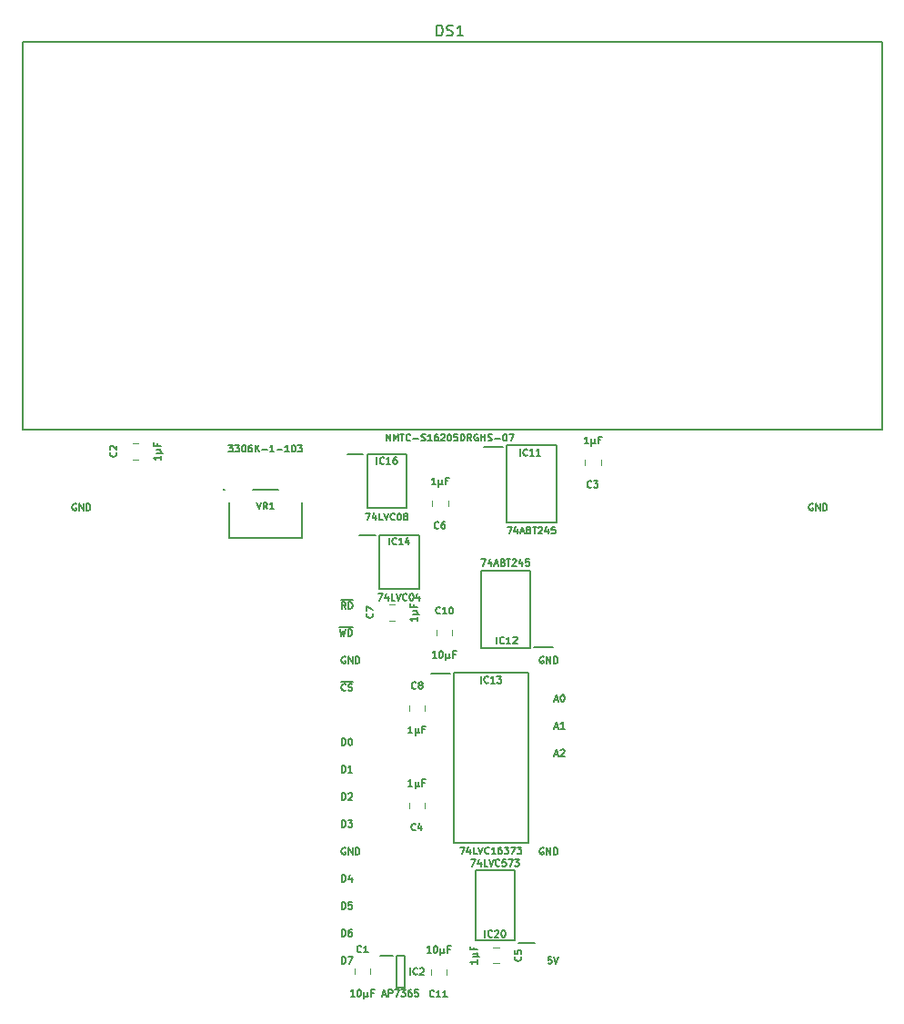
<source format=gbr>
%TF.GenerationSoftware,KiCad,Pcbnew,7.0.5*%
%TF.CreationDate,2024-01-10T18:43:09+02:00*%
%TF.ProjectId,LCD Display,4c434420-4469-4737-906c-61792e6b6963,rev?*%
%TF.SameCoordinates,Original*%
%TF.FileFunction,Legend,Top*%
%TF.FilePolarity,Positive*%
%FSLAX46Y46*%
G04 Gerber Fmt 4.6, Leading zero omitted, Abs format (unit mm)*
G04 Created by KiCad (PCBNEW 7.0.5) date 2024-01-10 18:43:09*
%MOMM*%
%LPD*%
G01*
G04 APERTURE LIST*
%ADD10C,0.150000*%
%ADD11C,0.200000*%
%ADD12C,0.120000*%
G04 APERTURE END LIST*
D10*
X168545220Y-115420534D02*
X168847601Y-115420534D01*
X168484744Y-115601963D02*
X168696410Y-114966963D01*
X168696410Y-114966963D02*
X168908077Y-115601963D01*
X169452363Y-115601963D02*
X169089506Y-115601963D01*
X169270934Y-115601963D02*
X169270934Y-114966963D01*
X169270934Y-114966963D02*
X169210458Y-115057677D01*
X169210458Y-115057677D02*
X169149982Y-115118153D01*
X169149982Y-115118153D02*
X169089506Y-115148391D01*
X149045493Y-108901201D02*
X148985017Y-108870963D01*
X148985017Y-108870963D02*
X148894303Y-108870963D01*
X148894303Y-108870963D02*
X148803588Y-108901201D01*
X148803588Y-108901201D02*
X148743112Y-108961677D01*
X148743112Y-108961677D02*
X148712874Y-109022153D01*
X148712874Y-109022153D02*
X148682636Y-109143105D01*
X148682636Y-109143105D02*
X148682636Y-109233820D01*
X148682636Y-109233820D02*
X148712874Y-109354772D01*
X148712874Y-109354772D02*
X148743112Y-109415248D01*
X148743112Y-109415248D02*
X148803588Y-109475725D01*
X148803588Y-109475725D02*
X148894303Y-109505963D01*
X148894303Y-109505963D02*
X148954779Y-109505963D01*
X148954779Y-109505963D02*
X149045493Y-109475725D01*
X149045493Y-109475725D02*
X149075731Y-109445486D01*
X149075731Y-109445486D02*
X149075731Y-109233820D01*
X149075731Y-109233820D02*
X148954779Y-109233820D01*
X149347874Y-109505963D02*
X149347874Y-108870963D01*
X149347874Y-108870963D02*
X149710731Y-109505963D01*
X149710731Y-109505963D02*
X149710731Y-108870963D01*
X150013112Y-109505963D02*
X150013112Y-108870963D01*
X150013112Y-108870963D02*
X150164302Y-108870963D01*
X150164302Y-108870963D02*
X150255017Y-108901201D01*
X150255017Y-108901201D02*
X150315493Y-108961677D01*
X150315493Y-108961677D02*
X150345731Y-109022153D01*
X150345731Y-109022153D02*
X150375969Y-109143105D01*
X150375969Y-109143105D02*
X150375969Y-109233820D01*
X150375969Y-109233820D02*
X150345731Y-109354772D01*
X150345731Y-109354772D02*
X150315493Y-109415248D01*
X150315493Y-109415248D02*
X150255017Y-109475725D01*
X150255017Y-109475725D02*
X150164302Y-109505963D01*
X150164302Y-109505963D02*
X150013112Y-109505963D01*
X148712874Y-119665963D02*
X148712874Y-119030963D01*
X148712874Y-119030963D02*
X148864064Y-119030963D01*
X148864064Y-119030963D02*
X148954779Y-119061201D01*
X148954779Y-119061201D02*
X149015255Y-119121677D01*
X149015255Y-119121677D02*
X149045493Y-119182153D01*
X149045493Y-119182153D02*
X149075731Y-119303105D01*
X149075731Y-119303105D02*
X149075731Y-119393820D01*
X149075731Y-119393820D02*
X149045493Y-119514772D01*
X149045493Y-119514772D02*
X149015255Y-119575248D01*
X149015255Y-119575248D02*
X148954779Y-119635725D01*
X148954779Y-119635725D02*
X148864064Y-119665963D01*
X148864064Y-119665963D02*
X148712874Y-119665963D01*
X149680493Y-119665963D02*
X149317636Y-119665963D01*
X149499064Y-119665963D02*
X149499064Y-119030963D01*
X149499064Y-119030963D02*
X149438588Y-119121677D01*
X149438588Y-119121677D02*
X149378112Y-119182153D01*
X149378112Y-119182153D02*
X149317636Y-119212391D01*
X148712874Y-137445963D02*
X148712874Y-136810963D01*
X148712874Y-136810963D02*
X148864064Y-136810963D01*
X148864064Y-136810963D02*
X148954779Y-136841201D01*
X148954779Y-136841201D02*
X149015255Y-136901677D01*
X149015255Y-136901677D02*
X149045493Y-136962153D01*
X149045493Y-136962153D02*
X149075731Y-137083105D01*
X149075731Y-137083105D02*
X149075731Y-137173820D01*
X149075731Y-137173820D02*
X149045493Y-137294772D01*
X149045493Y-137294772D02*
X149015255Y-137355248D01*
X149015255Y-137355248D02*
X148954779Y-137415725D01*
X148954779Y-137415725D02*
X148864064Y-137445963D01*
X148864064Y-137445963D02*
X148712874Y-137445963D01*
X149287398Y-136810963D02*
X149710731Y-136810963D01*
X149710731Y-136810963D02*
X149438588Y-137445963D01*
X149045493Y-126681201D02*
X148985017Y-126650963D01*
X148985017Y-126650963D02*
X148894303Y-126650963D01*
X148894303Y-126650963D02*
X148803588Y-126681201D01*
X148803588Y-126681201D02*
X148743112Y-126741677D01*
X148743112Y-126741677D02*
X148712874Y-126802153D01*
X148712874Y-126802153D02*
X148682636Y-126923105D01*
X148682636Y-126923105D02*
X148682636Y-127013820D01*
X148682636Y-127013820D02*
X148712874Y-127134772D01*
X148712874Y-127134772D02*
X148743112Y-127195248D01*
X148743112Y-127195248D02*
X148803588Y-127255725D01*
X148803588Y-127255725D02*
X148894303Y-127285963D01*
X148894303Y-127285963D02*
X148954779Y-127285963D01*
X148954779Y-127285963D02*
X149045493Y-127255725D01*
X149045493Y-127255725D02*
X149075731Y-127225486D01*
X149075731Y-127225486D02*
X149075731Y-127013820D01*
X149075731Y-127013820D02*
X148954779Y-127013820D01*
X149347874Y-127285963D02*
X149347874Y-126650963D01*
X149347874Y-126650963D02*
X149710731Y-127285963D01*
X149710731Y-127285963D02*
X149710731Y-126650963D01*
X150013112Y-127285963D02*
X150013112Y-126650963D01*
X150013112Y-126650963D02*
X150164302Y-126650963D01*
X150164302Y-126650963D02*
X150255017Y-126681201D01*
X150255017Y-126681201D02*
X150315493Y-126741677D01*
X150315493Y-126741677D02*
X150345731Y-126802153D01*
X150345731Y-126802153D02*
X150375969Y-126923105D01*
X150375969Y-126923105D02*
X150375969Y-127013820D01*
X150375969Y-127013820D02*
X150345731Y-127134772D01*
X150345731Y-127134772D02*
X150315493Y-127195248D01*
X150315493Y-127195248D02*
X150255017Y-127255725D01*
X150255017Y-127255725D02*
X150164302Y-127285963D01*
X150164302Y-127285963D02*
X150013112Y-127285963D01*
X148712874Y-124745963D02*
X148712874Y-124110963D01*
X148712874Y-124110963D02*
X148864064Y-124110963D01*
X148864064Y-124110963D02*
X148954779Y-124141201D01*
X148954779Y-124141201D02*
X149015255Y-124201677D01*
X149015255Y-124201677D02*
X149045493Y-124262153D01*
X149045493Y-124262153D02*
X149075731Y-124383105D01*
X149075731Y-124383105D02*
X149075731Y-124473820D01*
X149075731Y-124473820D02*
X149045493Y-124594772D01*
X149045493Y-124594772D02*
X149015255Y-124655248D01*
X149015255Y-124655248D02*
X148954779Y-124715725D01*
X148954779Y-124715725D02*
X148864064Y-124745963D01*
X148864064Y-124745963D02*
X148712874Y-124745963D01*
X149287398Y-124110963D02*
X149680493Y-124110963D01*
X149680493Y-124110963D02*
X149468826Y-124352867D01*
X149468826Y-124352867D02*
X149559541Y-124352867D01*
X149559541Y-124352867D02*
X149620017Y-124383105D01*
X149620017Y-124383105D02*
X149650255Y-124413344D01*
X149650255Y-124413344D02*
X149680493Y-124473820D01*
X149680493Y-124473820D02*
X149680493Y-124625010D01*
X149680493Y-124625010D02*
X149650255Y-124685486D01*
X149650255Y-124685486D02*
X149620017Y-124715725D01*
X149620017Y-124715725D02*
X149559541Y-124745963D01*
X149559541Y-124745963D02*
X149378112Y-124745963D01*
X149378112Y-124745963D02*
X149317636Y-124715725D01*
X149317636Y-124715725D02*
X149287398Y-124685486D01*
X168545220Y-112880534D02*
X168847601Y-112880534D01*
X168484744Y-113061963D02*
X168696410Y-112426963D01*
X168696410Y-112426963D02*
X168908077Y-113061963D01*
X169240696Y-112426963D02*
X169301173Y-112426963D01*
X169301173Y-112426963D02*
X169361649Y-112457201D01*
X169361649Y-112457201D02*
X169391887Y-112487439D01*
X169391887Y-112487439D02*
X169422125Y-112547915D01*
X169422125Y-112547915D02*
X169452363Y-112668867D01*
X169452363Y-112668867D02*
X169452363Y-112820058D01*
X169452363Y-112820058D02*
X169422125Y-112941010D01*
X169422125Y-112941010D02*
X169391887Y-113001486D01*
X169391887Y-113001486D02*
X169361649Y-113031725D01*
X169361649Y-113031725D02*
X169301173Y-113061963D01*
X169301173Y-113061963D02*
X169240696Y-113061963D01*
X169240696Y-113061963D02*
X169180220Y-113031725D01*
X169180220Y-113031725D02*
X169149982Y-113001486D01*
X169149982Y-113001486D02*
X169119744Y-112941010D01*
X169119744Y-112941010D02*
X169089506Y-112820058D01*
X169089506Y-112820058D02*
X169089506Y-112668867D01*
X169089506Y-112668867D02*
X169119744Y-112547915D01*
X169119744Y-112547915D02*
X169149982Y-112487439D01*
X169149982Y-112487439D02*
X169180220Y-112457201D01*
X169180220Y-112457201D02*
X169240696Y-112426963D01*
X168545220Y-117960534D02*
X168847601Y-117960534D01*
X168484744Y-118141963D02*
X168696410Y-117506963D01*
X168696410Y-117506963D02*
X168908077Y-118141963D01*
X169089506Y-117567439D02*
X169119744Y-117537201D01*
X169119744Y-117537201D02*
X169180220Y-117506963D01*
X169180220Y-117506963D02*
X169331411Y-117506963D01*
X169331411Y-117506963D02*
X169391887Y-117537201D01*
X169391887Y-117537201D02*
X169422125Y-117567439D01*
X169422125Y-117567439D02*
X169452363Y-117627915D01*
X169452363Y-117627915D02*
X169452363Y-117688391D01*
X169452363Y-117688391D02*
X169422125Y-117779105D01*
X169422125Y-117779105D02*
X169059268Y-118141963D01*
X169059268Y-118141963D02*
X169452363Y-118141963D01*
X148712874Y-117125963D02*
X148712874Y-116490963D01*
X148712874Y-116490963D02*
X148864064Y-116490963D01*
X148864064Y-116490963D02*
X148954779Y-116521201D01*
X148954779Y-116521201D02*
X149015255Y-116581677D01*
X149015255Y-116581677D02*
X149045493Y-116642153D01*
X149045493Y-116642153D02*
X149075731Y-116763105D01*
X149075731Y-116763105D02*
X149075731Y-116853820D01*
X149075731Y-116853820D02*
X149045493Y-116974772D01*
X149045493Y-116974772D02*
X149015255Y-117035248D01*
X149015255Y-117035248D02*
X148954779Y-117095725D01*
X148954779Y-117095725D02*
X148864064Y-117125963D01*
X148864064Y-117125963D02*
X148712874Y-117125963D01*
X149468826Y-116490963D02*
X149529303Y-116490963D01*
X149529303Y-116490963D02*
X149589779Y-116521201D01*
X149589779Y-116521201D02*
X149620017Y-116551439D01*
X149620017Y-116551439D02*
X149650255Y-116611915D01*
X149650255Y-116611915D02*
X149680493Y-116732867D01*
X149680493Y-116732867D02*
X149680493Y-116884058D01*
X149680493Y-116884058D02*
X149650255Y-117005010D01*
X149650255Y-117005010D02*
X149620017Y-117065486D01*
X149620017Y-117065486D02*
X149589779Y-117095725D01*
X149589779Y-117095725D02*
X149529303Y-117125963D01*
X149529303Y-117125963D02*
X149468826Y-117125963D01*
X149468826Y-117125963D02*
X149408350Y-117095725D01*
X149408350Y-117095725D02*
X149378112Y-117065486D01*
X149378112Y-117065486D02*
X149347874Y-117005010D01*
X149347874Y-117005010D02*
X149317636Y-116884058D01*
X149317636Y-116884058D02*
X149317636Y-116732867D01*
X149317636Y-116732867D02*
X149347874Y-116611915D01*
X149347874Y-116611915D02*
X149378112Y-116551439D01*
X149378112Y-116551439D02*
X149408350Y-116521201D01*
X149408350Y-116521201D02*
X149468826Y-116490963D01*
X148712874Y-134905963D02*
X148712874Y-134270963D01*
X148712874Y-134270963D02*
X148864064Y-134270963D01*
X148864064Y-134270963D02*
X148954779Y-134301201D01*
X148954779Y-134301201D02*
X149015255Y-134361677D01*
X149015255Y-134361677D02*
X149045493Y-134422153D01*
X149045493Y-134422153D02*
X149075731Y-134543105D01*
X149075731Y-134543105D02*
X149075731Y-134633820D01*
X149075731Y-134633820D02*
X149045493Y-134754772D01*
X149045493Y-134754772D02*
X149015255Y-134815248D01*
X149015255Y-134815248D02*
X148954779Y-134875725D01*
X148954779Y-134875725D02*
X148864064Y-134905963D01*
X148864064Y-134905963D02*
X148712874Y-134905963D01*
X149620017Y-134270963D02*
X149499064Y-134270963D01*
X149499064Y-134270963D02*
X149438588Y-134301201D01*
X149438588Y-134301201D02*
X149408350Y-134331439D01*
X149408350Y-134331439D02*
X149347874Y-134422153D01*
X149347874Y-134422153D02*
X149317636Y-134543105D01*
X149317636Y-134543105D02*
X149317636Y-134785010D01*
X149317636Y-134785010D02*
X149347874Y-134845486D01*
X149347874Y-134845486D02*
X149378112Y-134875725D01*
X149378112Y-134875725D02*
X149438588Y-134905963D01*
X149438588Y-134905963D02*
X149559541Y-134905963D01*
X149559541Y-134905963D02*
X149620017Y-134875725D01*
X149620017Y-134875725D02*
X149650255Y-134845486D01*
X149650255Y-134845486D02*
X149680493Y-134785010D01*
X149680493Y-134785010D02*
X149680493Y-134633820D01*
X149680493Y-134633820D02*
X149650255Y-134573344D01*
X149650255Y-134573344D02*
X149620017Y-134543105D01*
X149620017Y-134543105D02*
X149559541Y-134512867D01*
X149559541Y-134512867D02*
X149438588Y-134512867D01*
X149438588Y-134512867D02*
X149378112Y-134543105D01*
X149378112Y-134543105D02*
X149347874Y-134573344D01*
X149347874Y-134573344D02*
X149317636Y-134633820D01*
X167486887Y-126681201D02*
X167426411Y-126650963D01*
X167426411Y-126650963D02*
X167335697Y-126650963D01*
X167335697Y-126650963D02*
X167244982Y-126681201D01*
X167244982Y-126681201D02*
X167184506Y-126741677D01*
X167184506Y-126741677D02*
X167154268Y-126802153D01*
X167154268Y-126802153D02*
X167124030Y-126923105D01*
X167124030Y-126923105D02*
X167124030Y-127013820D01*
X167124030Y-127013820D02*
X167154268Y-127134772D01*
X167154268Y-127134772D02*
X167184506Y-127195248D01*
X167184506Y-127195248D02*
X167244982Y-127255725D01*
X167244982Y-127255725D02*
X167335697Y-127285963D01*
X167335697Y-127285963D02*
X167396173Y-127285963D01*
X167396173Y-127285963D02*
X167486887Y-127255725D01*
X167486887Y-127255725D02*
X167517125Y-127225486D01*
X167517125Y-127225486D02*
X167517125Y-127013820D01*
X167517125Y-127013820D02*
X167396173Y-127013820D01*
X167789268Y-127285963D02*
X167789268Y-126650963D01*
X167789268Y-126650963D02*
X168152125Y-127285963D01*
X168152125Y-127285963D02*
X168152125Y-126650963D01*
X168454506Y-127285963D02*
X168454506Y-126650963D01*
X168454506Y-126650963D02*
X168605696Y-126650963D01*
X168605696Y-126650963D02*
X168696411Y-126681201D01*
X168696411Y-126681201D02*
X168756887Y-126741677D01*
X168756887Y-126741677D02*
X168787125Y-126802153D01*
X168787125Y-126802153D02*
X168817363Y-126923105D01*
X168817363Y-126923105D02*
X168817363Y-127013820D01*
X168817363Y-127013820D02*
X168787125Y-127134772D01*
X168787125Y-127134772D02*
X168756887Y-127195248D01*
X168756887Y-127195248D02*
X168696411Y-127255725D01*
X168696411Y-127255725D02*
X168605696Y-127285963D01*
X168605696Y-127285963D02*
X168454506Y-127285963D01*
X149075731Y-104425963D02*
X148864064Y-104123582D01*
X148712874Y-104425963D02*
X148712874Y-103790963D01*
X148712874Y-103790963D02*
X148954779Y-103790963D01*
X148954779Y-103790963D02*
X149015255Y-103821201D01*
X149015255Y-103821201D02*
X149045493Y-103851439D01*
X149045493Y-103851439D02*
X149075731Y-103911915D01*
X149075731Y-103911915D02*
X149075731Y-104002629D01*
X149075731Y-104002629D02*
X149045493Y-104063105D01*
X149045493Y-104063105D02*
X149015255Y-104093344D01*
X149015255Y-104093344D02*
X148954779Y-104123582D01*
X148954779Y-104123582D02*
X148712874Y-104123582D01*
X149347874Y-104425963D02*
X149347874Y-103790963D01*
X149347874Y-103790963D02*
X149499064Y-103790963D01*
X149499064Y-103790963D02*
X149589779Y-103821201D01*
X149589779Y-103821201D02*
X149650255Y-103881677D01*
X149650255Y-103881677D02*
X149680493Y-103942153D01*
X149680493Y-103942153D02*
X149710731Y-104063105D01*
X149710731Y-104063105D02*
X149710731Y-104153820D01*
X149710731Y-104153820D02*
X149680493Y-104274772D01*
X149680493Y-104274772D02*
X149650255Y-104335248D01*
X149650255Y-104335248D02*
X149589779Y-104395725D01*
X149589779Y-104395725D02*
X149499064Y-104425963D01*
X149499064Y-104425963D02*
X149347874Y-104425963D01*
X148625184Y-103614675D02*
X149768184Y-103614675D01*
X148712874Y-132365963D02*
X148712874Y-131730963D01*
X148712874Y-131730963D02*
X148864064Y-131730963D01*
X148864064Y-131730963D02*
X148954779Y-131761201D01*
X148954779Y-131761201D02*
X149015255Y-131821677D01*
X149015255Y-131821677D02*
X149045493Y-131882153D01*
X149045493Y-131882153D02*
X149075731Y-132003105D01*
X149075731Y-132003105D02*
X149075731Y-132093820D01*
X149075731Y-132093820D02*
X149045493Y-132214772D01*
X149045493Y-132214772D02*
X149015255Y-132275248D01*
X149015255Y-132275248D02*
X148954779Y-132335725D01*
X148954779Y-132335725D02*
X148864064Y-132365963D01*
X148864064Y-132365963D02*
X148712874Y-132365963D01*
X149650255Y-131730963D02*
X149347874Y-131730963D01*
X149347874Y-131730963D02*
X149317636Y-132033344D01*
X149317636Y-132033344D02*
X149347874Y-132003105D01*
X149347874Y-132003105D02*
X149408350Y-131972867D01*
X149408350Y-131972867D02*
X149559541Y-131972867D01*
X149559541Y-131972867D02*
X149620017Y-132003105D01*
X149620017Y-132003105D02*
X149650255Y-132033344D01*
X149650255Y-132033344D02*
X149680493Y-132093820D01*
X149680493Y-132093820D02*
X149680493Y-132245010D01*
X149680493Y-132245010D02*
X149650255Y-132305486D01*
X149650255Y-132305486D02*
X149620017Y-132335725D01*
X149620017Y-132335725D02*
X149559541Y-132365963D01*
X149559541Y-132365963D02*
X149408350Y-132365963D01*
X149408350Y-132365963D02*
X149347874Y-132335725D01*
X149347874Y-132335725D02*
X149317636Y-132305486D01*
X148712874Y-129825963D02*
X148712874Y-129190963D01*
X148712874Y-129190963D02*
X148864064Y-129190963D01*
X148864064Y-129190963D02*
X148954779Y-129221201D01*
X148954779Y-129221201D02*
X149015255Y-129281677D01*
X149015255Y-129281677D02*
X149045493Y-129342153D01*
X149045493Y-129342153D02*
X149075731Y-129463105D01*
X149075731Y-129463105D02*
X149075731Y-129553820D01*
X149075731Y-129553820D02*
X149045493Y-129674772D01*
X149045493Y-129674772D02*
X149015255Y-129735248D01*
X149015255Y-129735248D02*
X148954779Y-129795725D01*
X148954779Y-129795725D02*
X148864064Y-129825963D01*
X148864064Y-129825963D02*
X148712874Y-129825963D01*
X149620017Y-129402629D02*
X149620017Y-129825963D01*
X149468826Y-129160725D02*
X149317636Y-129614296D01*
X149317636Y-129614296D02*
X149710731Y-129614296D01*
X148712874Y-122205963D02*
X148712874Y-121570963D01*
X148712874Y-121570963D02*
X148864064Y-121570963D01*
X148864064Y-121570963D02*
X148954779Y-121601201D01*
X148954779Y-121601201D02*
X149015255Y-121661677D01*
X149015255Y-121661677D02*
X149045493Y-121722153D01*
X149045493Y-121722153D02*
X149075731Y-121843105D01*
X149075731Y-121843105D02*
X149075731Y-121933820D01*
X149075731Y-121933820D02*
X149045493Y-122054772D01*
X149045493Y-122054772D02*
X149015255Y-122115248D01*
X149015255Y-122115248D02*
X148954779Y-122175725D01*
X148954779Y-122175725D02*
X148864064Y-122205963D01*
X148864064Y-122205963D02*
X148712874Y-122205963D01*
X149317636Y-121631439D02*
X149347874Y-121601201D01*
X149347874Y-121601201D02*
X149408350Y-121570963D01*
X149408350Y-121570963D02*
X149559541Y-121570963D01*
X149559541Y-121570963D02*
X149620017Y-121601201D01*
X149620017Y-121601201D02*
X149650255Y-121631439D01*
X149650255Y-121631439D02*
X149680493Y-121691915D01*
X149680493Y-121691915D02*
X149680493Y-121752391D01*
X149680493Y-121752391D02*
X149650255Y-121843105D01*
X149650255Y-121843105D02*
X149287398Y-122205963D01*
X149287398Y-122205963D02*
X149680493Y-122205963D01*
X149075731Y-111985486D02*
X149045493Y-112015725D01*
X149045493Y-112015725D02*
X148954779Y-112045963D01*
X148954779Y-112045963D02*
X148894303Y-112045963D01*
X148894303Y-112045963D02*
X148803588Y-112015725D01*
X148803588Y-112015725D02*
X148743112Y-111955248D01*
X148743112Y-111955248D02*
X148712874Y-111894772D01*
X148712874Y-111894772D02*
X148682636Y-111773820D01*
X148682636Y-111773820D02*
X148682636Y-111683105D01*
X148682636Y-111683105D02*
X148712874Y-111562153D01*
X148712874Y-111562153D02*
X148743112Y-111501677D01*
X148743112Y-111501677D02*
X148803588Y-111441201D01*
X148803588Y-111441201D02*
X148894303Y-111410963D01*
X148894303Y-111410963D02*
X148954779Y-111410963D01*
X148954779Y-111410963D02*
X149045493Y-111441201D01*
X149045493Y-111441201D02*
X149075731Y-111471439D01*
X149317636Y-112015725D02*
X149408350Y-112045963D01*
X149408350Y-112045963D02*
X149559541Y-112045963D01*
X149559541Y-112045963D02*
X149620017Y-112015725D01*
X149620017Y-112015725D02*
X149650255Y-111985486D01*
X149650255Y-111985486D02*
X149680493Y-111925010D01*
X149680493Y-111925010D02*
X149680493Y-111864534D01*
X149680493Y-111864534D02*
X149650255Y-111804058D01*
X149650255Y-111804058D02*
X149620017Y-111773820D01*
X149620017Y-111773820D02*
X149559541Y-111743582D01*
X149559541Y-111743582D02*
X149438588Y-111713344D01*
X149438588Y-111713344D02*
X149378112Y-111683105D01*
X149378112Y-111683105D02*
X149347874Y-111652867D01*
X149347874Y-111652867D02*
X149317636Y-111592391D01*
X149317636Y-111592391D02*
X149317636Y-111531915D01*
X149317636Y-111531915D02*
X149347874Y-111471439D01*
X149347874Y-111471439D02*
X149378112Y-111441201D01*
X149378112Y-111441201D02*
X149438588Y-111410963D01*
X149438588Y-111410963D02*
X149589779Y-111410963D01*
X149589779Y-111410963D02*
X149680493Y-111441201D01*
X148625184Y-111234675D02*
X149737946Y-111234675D01*
X148525398Y-106330963D02*
X148676588Y-106965963D01*
X148676588Y-106965963D02*
X148797541Y-106512391D01*
X148797541Y-106512391D02*
X148918493Y-106965963D01*
X148918493Y-106965963D02*
X149069684Y-106330963D01*
X149311588Y-106965963D02*
X149311588Y-106330963D01*
X149311588Y-106330963D02*
X149462778Y-106330963D01*
X149462778Y-106330963D02*
X149553493Y-106361201D01*
X149553493Y-106361201D02*
X149613969Y-106421677D01*
X149613969Y-106421677D02*
X149644207Y-106482153D01*
X149644207Y-106482153D02*
X149674445Y-106603105D01*
X149674445Y-106603105D02*
X149674445Y-106693820D01*
X149674445Y-106693820D02*
X149644207Y-106814772D01*
X149644207Y-106814772D02*
X149613969Y-106875248D01*
X149613969Y-106875248D02*
X149553493Y-106935725D01*
X149553493Y-106935725D02*
X149462778Y-106965963D01*
X149462778Y-106965963D02*
X149311588Y-106965963D01*
X148498184Y-106154675D02*
X149731898Y-106154675D01*
X167486887Y-108901201D02*
X167426411Y-108870963D01*
X167426411Y-108870963D02*
X167335697Y-108870963D01*
X167335697Y-108870963D02*
X167244982Y-108901201D01*
X167244982Y-108901201D02*
X167184506Y-108961677D01*
X167184506Y-108961677D02*
X167154268Y-109022153D01*
X167154268Y-109022153D02*
X167124030Y-109143105D01*
X167124030Y-109143105D02*
X167124030Y-109233820D01*
X167124030Y-109233820D02*
X167154268Y-109354772D01*
X167154268Y-109354772D02*
X167184506Y-109415248D01*
X167184506Y-109415248D02*
X167244982Y-109475725D01*
X167244982Y-109475725D02*
X167335697Y-109505963D01*
X167335697Y-109505963D02*
X167396173Y-109505963D01*
X167396173Y-109505963D02*
X167486887Y-109475725D01*
X167486887Y-109475725D02*
X167517125Y-109445486D01*
X167517125Y-109445486D02*
X167517125Y-109233820D01*
X167517125Y-109233820D02*
X167396173Y-109233820D01*
X167789268Y-109505963D02*
X167789268Y-108870963D01*
X167789268Y-108870963D02*
X168152125Y-109505963D01*
X168152125Y-109505963D02*
X168152125Y-108870963D01*
X168454506Y-109505963D02*
X168454506Y-108870963D01*
X168454506Y-108870963D02*
X168605696Y-108870963D01*
X168605696Y-108870963D02*
X168696411Y-108901201D01*
X168696411Y-108901201D02*
X168756887Y-108961677D01*
X168756887Y-108961677D02*
X168787125Y-109022153D01*
X168787125Y-109022153D02*
X168817363Y-109143105D01*
X168817363Y-109143105D02*
X168817363Y-109233820D01*
X168817363Y-109233820D02*
X168787125Y-109354772D01*
X168787125Y-109354772D02*
X168756887Y-109415248D01*
X168756887Y-109415248D02*
X168696411Y-109475725D01*
X168696411Y-109475725D02*
X168605696Y-109505963D01*
X168605696Y-109505963D02*
X168454506Y-109505963D01*
X168242839Y-136810963D02*
X167940458Y-136810963D01*
X167940458Y-136810963D02*
X167910220Y-137113344D01*
X167910220Y-137113344D02*
X167940458Y-137083105D01*
X167940458Y-137083105D02*
X168000934Y-137052867D01*
X168000934Y-137052867D02*
X168152125Y-137052867D01*
X168152125Y-137052867D02*
X168212601Y-137083105D01*
X168212601Y-137083105D02*
X168242839Y-137113344D01*
X168242839Y-137113344D02*
X168273077Y-137173820D01*
X168273077Y-137173820D02*
X168273077Y-137325010D01*
X168273077Y-137325010D02*
X168242839Y-137385486D01*
X168242839Y-137385486D02*
X168212601Y-137415725D01*
X168212601Y-137415725D02*
X168152125Y-137445963D01*
X168152125Y-137445963D02*
X168000934Y-137445963D01*
X168000934Y-137445963D02*
X167940458Y-137415725D01*
X167940458Y-137415725D02*
X167910220Y-137385486D01*
X168454506Y-136810963D02*
X168666172Y-137445963D01*
X168666172Y-137445963D02*
X168877839Y-136810963D01*
%TO.C,VR1*%
X140773452Y-94529963D02*
X140985118Y-95164963D01*
X140985118Y-95164963D02*
X141196785Y-94529963D01*
X141771309Y-95164963D02*
X141559642Y-94862582D01*
X141408452Y-95164963D02*
X141408452Y-94529963D01*
X141408452Y-94529963D02*
X141650357Y-94529963D01*
X141650357Y-94529963D02*
X141710833Y-94560201D01*
X141710833Y-94560201D02*
X141741071Y-94590439D01*
X141741071Y-94590439D02*
X141771309Y-94650915D01*
X141771309Y-94650915D02*
X141771309Y-94741629D01*
X141771309Y-94741629D02*
X141741071Y-94802105D01*
X141741071Y-94802105D02*
X141710833Y-94832344D01*
X141710833Y-94832344D02*
X141650357Y-94862582D01*
X141650357Y-94862582D02*
X141408452Y-94862582D01*
X142376071Y-95164963D02*
X142013214Y-95164963D01*
X142194642Y-95164963D02*
X142194642Y-94529963D01*
X142194642Y-94529963D02*
X142134166Y-94620677D01*
X142134166Y-94620677D02*
X142073690Y-94681153D01*
X142073690Y-94681153D02*
X142013214Y-94711391D01*
X138172976Y-89195963D02*
X138566071Y-89195963D01*
X138566071Y-89195963D02*
X138354404Y-89437867D01*
X138354404Y-89437867D02*
X138445119Y-89437867D01*
X138445119Y-89437867D02*
X138505595Y-89468105D01*
X138505595Y-89468105D02*
X138535833Y-89498344D01*
X138535833Y-89498344D02*
X138566071Y-89558820D01*
X138566071Y-89558820D02*
X138566071Y-89710010D01*
X138566071Y-89710010D02*
X138535833Y-89770486D01*
X138535833Y-89770486D02*
X138505595Y-89800725D01*
X138505595Y-89800725D02*
X138445119Y-89830963D01*
X138445119Y-89830963D02*
X138263690Y-89830963D01*
X138263690Y-89830963D02*
X138203214Y-89800725D01*
X138203214Y-89800725D02*
X138172976Y-89770486D01*
X138777738Y-89195963D02*
X139170833Y-89195963D01*
X139170833Y-89195963D02*
X138959166Y-89437867D01*
X138959166Y-89437867D02*
X139049881Y-89437867D01*
X139049881Y-89437867D02*
X139110357Y-89468105D01*
X139110357Y-89468105D02*
X139140595Y-89498344D01*
X139140595Y-89498344D02*
X139170833Y-89558820D01*
X139170833Y-89558820D02*
X139170833Y-89710010D01*
X139170833Y-89710010D02*
X139140595Y-89770486D01*
X139140595Y-89770486D02*
X139110357Y-89800725D01*
X139110357Y-89800725D02*
X139049881Y-89830963D01*
X139049881Y-89830963D02*
X138868452Y-89830963D01*
X138868452Y-89830963D02*
X138807976Y-89800725D01*
X138807976Y-89800725D02*
X138777738Y-89770486D01*
X139563928Y-89195963D02*
X139624405Y-89195963D01*
X139624405Y-89195963D02*
X139684881Y-89226201D01*
X139684881Y-89226201D02*
X139715119Y-89256439D01*
X139715119Y-89256439D02*
X139745357Y-89316915D01*
X139745357Y-89316915D02*
X139775595Y-89437867D01*
X139775595Y-89437867D02*
X139775595Y-89589058D01*
X139775595Y-89589058D02*
X139745357Y-89710010D01*
X139745357Y-89710010D02*
X139715119Y-89770486D01*
X139715119Y-89770486D02*
X139684881Y-89800725D01*
X139684881Y-89800725D02*
X139624405Y-89830963D01*
X139624405Y-89830963D02*
X139563928Y-89830963D01*
X139563928Y-89830963D02*
X139503452Y-89800725D01*
X139503452Y-89800725D02*
X139473214Y-89770486D01*
X139473214Y-89770486D02*
X139442976Y-89710010D01*
X139442976Y-89710010D02*
X139412738Y-89589058D01*
X139412738Y-89589058D02*
X139412738Y-89437867D01*
X139412738Y-89437867D02*
X139442976Y-89316915D01*
X139442976Y-89316915D02*
X139473214Y-89256439D01*
X139473214Y-89256439D02*
X139503452Y-89226201D01*
X139503452Y-89226201D02*
X139563928Y-89195963D01*
X140319881Y-89195963D02*
X140198928Y-89195963D01*
X140198928Y-89195963D02*
X140138452Y-89226201D01*
X140138452Y-89226201D02*
X140108214Y-89256439D01*
X140108214Y-89256439D02*
X140047738Y-89347153D01*
X140047738Y-89347153D02*
X140017500Y-89468105D01*
X140017500Y-89468105D02*
X140017500Y-89710010D01*
X140017500Y-89710010D02*
X140047738Y-89770486D01*
X140047738Y-89770486D02*
X140077976Y-89800725D01*
X140077976Y-89800725D02*
X140138452Y-89830963D01*
X140138452Y-89830963D02*
X140259405Y-89830963D01*
X140259405Y-89830963D02*
X140319881Y-89800725D01*
X140319881Y-89800725D02*
X140350119Y-89770486D01*
X140350119Y-89770486D02*
X140380357Y-89710010D01*
X140380357Y-89710010D02*
X140380357Y-89558820D01*
X140380357Y-89558820D02*
X140350119Y-89498344D01*
X140350119Y-89498344D02*
X140319881Y-89468105D01*
X140319881Y-89468105D02*
X140259405Y-89437867D01*
X140259405Y-89437867D02*
X140138452Y-89437867D01*
X140138452Y-89437867D02*
X140077976Y-89468105D01*
X140077976Y-89468105D02*
X140047738Y-89498344D01*
X140047738Y-89498344D02*
X140017500Y-89558820D01*
X140652500Y-89830963D02*
X140652500Y-89195963D01*
X141015357Y-89830963D02*
X140743214Y-89468105D01*
X141015357Y-89195963D02*
X140652500Y-89558820D01*
X141287500Y-89589058D02*
X141771310Y-89589058D01*
X142406309Y-89830963D02*
X142043452Y-89830963D01*
X142224880Y-89830963D02*
X142224880Y-89195963D01*
X142224880Y-89195963D02*
X142164404Y-89286677D01*
X142164404Y-89286677D02*
X142103928Y-89347153D01*
X142103928Y-89347153D02*
X142043452Y-89377391D01*
X142678452Y-89589058D02*
X143162262Y-89589058D01*
X143797261Y-89830963D02*
X143434404Y-89830963D01*
X143615832Y-89830963D02*
X143615832Y-89195963D01*
X143615832Y-89195963D02*
X143555356Y-89286677D01*
X143555356Y-89286677D02*
X143494880Y-89347153D01*
X143494880Y-89347153D02*
X143434404Y-89377391D01*
X144190356Y-89195963D02*
X144250833Y-89195963D01*
X144250833Y-89195963D02*
X144311309Y-89226201D01*
X144311309Y-89226201D02*
X144341547Y-89256439D01*
X144341547Y-89256439D02*
X144371785Y-89316915D01*
X144371785Y-89316915D02*
X144402023Y-89437867D01*
X144402023Y-89437867D02*
X144402023Y-89589058D01*
X144402023Y-89589058D02*
X144371785Y-89710010D01*
X144371785Y-89710010D02*
X144341547Y-89770486D01*
X144341547Y-89770486D02*
X144311309Y-89800725D01*
X144311309Y-89800725D02*
X144250833Y-89830963D01*
X144250833Y-89830963D02*
X144190356Y-89830963D01*
X144190356Y-89830963D02*
X144129880Y-89800725D01*
X144129880Y-89800725D02*
X144099642Y-89770486D01*
X144099642Y-89770486D02*
X144069404Y-89710010D01*
X144069404Y-89710010D02*
X144039166Y-89589058D01*
X144039166Y-89589058D02*
X144039166Y-89437867D01*
X144039166Y-89437867D02*
X144069404Y-89316915D01*
X144069404Y-89316915D02*
X144099642Y-89256439D01*
X144099642Y-89256439D02*
X144129880Y-89226201D01*
X144129880Y-89226201D02*
X144190356Y-89195963D01*
X144613690Y-89195963D02*
X145006785Y-89195963D01*
X145006785Y-89195963D02*
X144795118Y-89437867D01*
X144795118Y-89437867D02*
X144885833Y-89437867D01*
X144885833Y-89437867D02*
X144946309Y-89468105D01*
X144946309Y-89468105D02*
X144976547Y-89498344D01*
X144976547Y-89498344D02*
X145006785Y-89558820D01*
X145006785Y-89558820D02*
X145006785Y-89710010D01*
X145006785Y-89710010D02*
X144976547Y-89770486D01*
X144976547Y-89770486D02*
X144946309Y-89800725D01*
X144946309Y-89800725D02*
X144885833Y-89830963D01*
X144885833Y-89830963D02*
X144704404Y-89830963D01*
X144704404Y-89830963D02*
X144643928Y-89800725D01*
X144643928Y-89800725D02*
X144613690Y-89770486D01*
%TO.C,IC20*%
X162061239Y-134969962D02*
X162061239Y-134334962D01*
X162726477Y-134909485D02*
X162696239Y-134939724D01*
X162696239Y-134939724D02*
X162605525Y-134969962D01*
X162605525Y-134969962D02*
X162545049Y-134969962D01*
X162545049Y-134969962D02*
X162454334Y-134939724D01*
X162454334Y-134939724D02*
X162393858Y-134879247D01*
X162393858Y-134879247D02*
X162363620Y-134818771D01*
X162363620Y-134818771D02*
X162333382Y-134697819D01*
X162333382Y-134697819D02*
X162333382Y-134607104D01*
X162333382Y-134607104D02*
X162363620Y-134486152D01*
X162363620Y-134486152D02*
X162393858Y-134425676D01*
X162393858Y-134425676D02*
X162454334Y-134365200D01*
X162454334Y-134365200D02*
X162545049Y-134334962D01*
X162545049Y-134334962D02*
X162605525Y-134334962D01*
X162605525Y-134334962D02*
X162696239Y-134365200D01*
X162696239Y-134365200D02*
X162726477Y-134395438D01*
X162968382Y-134395438D02*
X162998620Y-134365200D01*
X162998620Y-134365200D02*
X163059096Y-134334962D01*
X163059096Y-134334962D02*
X163210287Y-134334962D01*
X163210287Y-134334962D02*
X163270763Y-134365200D01*
X163270763Y-134365200D02*
X163301001Y-134395438D01*
X163301001Y-134395438D02*
X163331239Y-134455914D01*
X163331239Y-134455914D02*
X163331239Y-134516390D01*
X163331239Y-134516390D02*
X163301001Y-134607104D01*
X163301001Y-134607104D02*
X162938144Y-134969962D01*
X162938144Y-134969962D02*
X163331239Y-134969962D01*
X163724334Y-134334962D02*
X163784811Y-134334962D01*
X163784811Y-134334962D02*
X163845287Y-134365200D01*
X163845287Y-134365200D02*
X163875525Y-134395438D01*
X163875525Y-134395438D02*
X163905763Y-134455914D01*
X163905763Y-134455914D02*
X163936001Y-134576866D01*
X163936001Y-134576866D02*
X163936001Y-134728057D01*
X163936001Y-134728057D02*
X163905763Y-134849009D01*
X163905763Y-134849009D02*
X163875525Y-134909485D01*
X163875525Y-134909485D02*
X163845287Y-134939724D01*
X163845287Y-134939724D02*
X163784811Y-134969962D01*
X163784811Y-134969962D02*
X163724334Y-134969962D01*
X163724334Y-134969962D02*
X163663858Y-134939724D01*
X163663858Y-134939724D02*
X163633620Y-134909485D01*
X163633620Y-134909485D02*
X163603382Y-134849009D01*
X163603382Y-134849009D02*
X163573144Y-134728057D01*
X163573144Y-134728057D02*
X163573144Y-134576866D01*
X163573144Y-134576866D02*
X163603382Y-134455914D01*
X163603382Y-134455914D02*
X163633620Y-134395438D01*
X163633620Y-134395438D02*
X163663858Y-134365200D01*
X163663858Y-134365200D02*
X163724334Y-134334962D01*
X160715643Y-127730962D02*
X161138976Y-127730962D01*
X161138976Y-127730962D02*
X160866833Y-128365962D01*
X161653024Y-127942628D02*
X161653024Y-128365962D01*
X161501833Y-127700724D02*
X161350643Y-128154295D01*
X161350643Y-128154295D02*
X161743738Y-128154295D01*
X162288024Y-128365962D02*
X161985643Y-128365962D01*
X161985643Y-128365962D02*
X161985643Y-127730962D01*
X162408977Y-127730962D02*
X162620643Y-128365962D01*
X162620643Y-128365962D02*
X162832310Y-127730962D01*
X163406834Y-128305485D02*
X163376596Y-128335724D01*
X163376596Y-128335724D02*
X163285882Y-128365962D01*
X163285882Y-128365962D02*
X163225406Y-128365962D01*
X163225406Y-128365962D02*
X163134691Y-128335724D01*
X163134691Y-128335724D02*
X163074215Y-128275247D01*
X163074215Y-128275247D02*
X163043977Y-128214771D01*
X163043977Y-128214771D02*
X163013739Y-128093819D01*
X163013739Y-128093819D02*
X163013739Y-128003104D01*
X163013739Y-128003104D02*
X163043977Y-127882152D01*
X163043977Y-127882152D02*
X163074215Y-127821676D01*
X163074215Y-127821676D02*
X163134691Y-127761200D01*
X163134691Y-127761200D02*
X163225406Y-127730962D01*
X163225406Y-127730962D02*
X163285882Y-127730962D01*
X163285882Y-127730962D02*
X163376596Y-127761200D01*
X163376596Y-127761200D02*
X163406834Y-127791438D01*
X163981358Y-127730962D02*
X163678977Y-127730962D01*
X163678977Y-127730962D02*
X163648739Y-128033343D01*
X163648739Y-128033343D02*
X163678977Y-128003104D01*
X163678977Y-128003104D02*
X163739453Y-127972866D01*
X163739453Y-127972866D02*
X163890644Y-127972866D01*
X163890644Y-127972866D02*
X163951120Y-128003104D01*
X163951120Y-128003104D02*
X163981358Y-128033343D01*
X163981358Y-128033343D02*
X164011596Y-128093819D01*
X164011596Y-128093819D02*
X164011596Y-128245009D01*
X164011596Y-128245009D02*
X163981358Y-128305485D01*
X163981358Y-128305485D02*
X163951120Y-128335724D01*
X163951120Y-128335724D02*
X163890644Y-128365962D01*
X163890644Y-128365962D02*
X163739453Y-128365962D01*
X163739453Y-128365962D02*
X163678977Y-128335724D01*
X163678977Y-128335724D02*
X163648739Y-128305485D01*
X164223263Y-127730962D02*
X164646596Y-127730962D01*
X164646596Y-127730962D02*
X164374453Y-128365962D01*
X164828025Y-127730962D02*
X165221120Y-127730962D01*
X165221120Y-127730962D02*
X165009453Y-127972866D01*
X165009453Y-127972866D02*
X165100168Y-127972866D01*
X165100168Y-127972866D02*
X165160644Y-128003104D01*
X165160644Y-128003104D02*
X165190882Y-128033343D01*
X165190882Y-128033343D02*
X165221120Y-128093819D01*
X165221120Y-128093819D02*
X165221120Y-128245009D01*
X165221120Y-128245009D02*
X165190882Y-128305485D01*
X165190882Y-128305485D02*
X165160644Y-128335724D01*
X165160644Y-128335724D02*
X165100168Y-128365962D01*
X165100168Y-128365962D02*
X164918739Y-128365962D01*
X164918739Y-128365962D02*
X164858263Y-128335724D01*
X164858263Y-128335724D02*
X164828025Y-128305485D01*
%TO.C,IC16*%
X151985738Y-90963963D02*
X151985738Y-90328963D01*
X152650976Y-90903486D02*
X152620738Y-90933725D01*
X152620738Y-90933725D02*
X152530024Y-90963963D01*
X152530024Y-90963963D02*
X152469548Y-90963963D01*
X152469548Y-90963963D02*
X152378833Y-90933725D01*
X152378833Y-90933725D02*
X152318357Y-90873248D01*
X152318357Y-90873248D02*
X152288119Y-90812772D01*
X152288119Y-90812772D02*
X152257881Y-90691820D01*
X152257881Y-90691820D02*
X152257881Y-90601105D01*
X152257881Y-90601105D02*
X152288119Y-90480153D01*
X152288119Y-90480153D02*
X152318357Y-90419677D01*
X152318357Y-90419677D02*
X152378833Y-90359201D01*
X152378833Y-90359201D02*
X152469548Y-90328963D01*
X152469548Y-90328963D02*
X152530024Y-90328963D01*
X152530024Y-90328963D02*
X152620738Y-90359201D01*
X152620738Y-90359201D02*
X152650976Y-90389439D01*
X153255738Y-90963963D02*
X152892881Y-90963963D01*
X153074309Y-90963963D02*
X153074309Y-90328963D01*
X153074309Y-90328963D02*
X153013833Y-90419677D01*
X153013833Y-90419677D02*
X152953357Y-90480153D01*
X152953357Y-90480153D02*
X152892881Y-90510391D01*
X153800024Y-90328963D02*
X153679071Y-90328963D01*
X153679071Y-90328963D02*
X153618595Y-90359201D01*
X153618595Y-90359201D02*
X153588357Y-90389439D01*
X153588357Y-90389439D02*
X153527881Y-90480153D01*
X153527881Y-90480153D02*
X153497643Y-90601105D01*
X153497643Y-90601105D02*
X153497643Y-90843010D01*
X153497643Y-90843010D02*
X153527881Y-90903486D01*
X153527881Y-90903486D02*
X153558119Y-90933725D01*
X153558119Y-90933725D02*
X153618595Y-90963963D01*
X153618595Y-90963963D02*
X153739548Y-90963963D01*
X153739548Y-90963963D02*
X153800024Y-90933725D01*
X153800024Y-90933725D02*
X153830262Y-90903486D01*
X153830262Y-90903486D02*
X153860500Y-90843010D01*
X153860500Y-90843010D02*
X153860500Y-90691820D01*
X153860500Y-90691820D02*
X153830262Y-90631344D01*
X153830262Y-90631344D02*
X153800024Y-90601105D01*
X153800024Y-90601105D02*
X153739548Y-90570867D01*
X153739548Y-90570867D02*
X153618595Y-90570867D01*
X153618595Y-90570867D02*
X153558119Y-90601105D01*
X153558119Y-90601105D02*
X153527881Y-90631344D01*
X153527881Y-90631344D02*
X153497643Y-90691820D01*
X150942523Y-95535963D02*
X151365856Y-95535963D01*
X151365856Y-95535963D02*
X151093713Y-96170963D01*
X151879904Y-95747629D02*
X151879904Y-96170963D01*
X151728713Y-95505725D02*
X151577523Y-95959296D01*
X151577523Y-95959296D02*
X151970618Y-95959296D01*
X152514904Y-96170963D02*
X152212523Y-96170963D01*
X152212523Y-96170963D02*
X152212523Y-95535963D01*
X152635857Y-95535963D02*
X152847523Y-96170963D01*
X152847523Y-96170963D02*
X153059190Y-95535963D01*
X153633714Y-96110486D02*
X153603476Y-96140725D01*
X153603476Y-96140725D02*
X153512762Y-96170963D01*
X153512762Y-96170963D02*
X153452286Y-96170963D01*
X153452286Y-96170963D02*
X153361571Y-96140725D01*
X153361571Y-96140725D02*
X153301095Y-96080248D01*
X153301095Y-96080248D02*
X153270857Y-96019772D01*
X153270857Y-96019772D02*
X153240619Y-95898820D01*
X153240619Y-95898820D02*
X153240619Y-95808105D01*
X153240619Y-95808105D02*
X153270857Y-95687153D01*
X153270857Y-95687153D02*
X153301095Y-95626677D01*
X153301095Y-95626677D02*
X153361571Y-95566201D01*
X153361571Y-95566201D02*
X153452286Y-95535963D01*
X153452286Y-95535963D02*
X153512762Y-95535963D01*
X153512762Y-95535963D02*
X153603476Y-95566201D01*
X153603476Y-95566201D02*
X153633714Y-95596439D01*
X154026809Y-95535963D02*
X154087286Y-95535963D01*
X154087286Y-95535963D02*
X154147762Y-95566201D01*
X154147762Y-95566201D02*
X154178000Y-95596439D01*
X154178000Y-95596439D02*
X154208238Y-95656915D01*
X154208238Y-95656915D02*
X154238476Y-95777867D01*
X154238476Y-95777867D02*
X154238476Y-95929058D01*
X154238476Y-95929058D02*
X154208238Y-96050010D01*
X154208238Y-96050010D02*
X154178000Y-96110486D01*
X154178000Y-96110486D02*
X154147762Y-96140725D01*
X154147762Y-96140725D02*
X154087286Y-96170963D01*
X154087286Y-96170963D02*
X154026809Y-96170963D01*
X154026809Y-96170963D02*
X153966333Y-96140725D01*
X153966333Y-96140725D02*
X153936095Y-96110486D01*
X153936095Y-96110486D02*
X153905857Y-96050010D01*
X153905857Y-96050010D02*
X153875619Y-95929058D01*
X153875619Y-95929058D02*
X153875619Y-95777867D01*
X153875619Y-95777867D02*
X153905857Y-95656915D01*
X153905857Y-95656915D02*
X153936095Y-95596439D01*
X153936095Y-95596439D02*
X153966333Y-95566201D01*
X153966333Y-95566201D02*
X154026809Y-95535963D01*
X154601333Y-95808105D02*
X154540857Y-95777867D01*
X154540857Y-95777867D02*
X154510619Y-95747629D01*
X154510619Y-95747629D02*
X154480381Y-95687153D01*
X154480381Y-95687153D02*
X154480381Y-95656915D01*
X154480381Y-95656915D02*
X154510619Y-95596439D01*
X154510619Y-95596439D02*
X154540857Y-95566201D01*
X154540857Y-95566201D02*
X154601333Y-95535963D01*
X154601333Y-95535963D02*
X154722286Y-95535963D01*
X154722286Y-95535963D02*
X154782762Y-95566201D01*
X154782762Y-95566201D02*
X154813000Y-95596439D01*
X154813000Y-95596439D02*
X154843238Y-95656915D01*
X154843238Y-95656915D02*
X154843238Y-95687153D01*
X154843238Y-95687153D02*
X154813000Y-95747629D01*
X154813000Y-95747629D02*
X154782762Y-95777867D01*
X154782762Y-95777867D02*
X154722286Y-95808105D01*
X154722286Y-95808105D02*
X154601333Y-95808105D01*
X154601333Y-95808105D02*
X154540857Y-95838344D01*
X154540857Y-95838344D02*
X154510619Y-95868582D01*
X154510619Y-95868582D02*
X154480381Y-95929058D01*
X154480381Y-95929058D02*
X154480381Y-96050010D01*
X154480381Y-96050010D02*
X154510619Y-96110486D01*
X154510619Y-96110486D02*
X154540857Y-96140725D01*
X154540857Y-96140725D02*
X154601333Y-96170963D01*
X154601333Y-96170963D02*
X154722286Y-96170963D01*
X154722286Y-96170963D02*
X154782762Y-96140725D01*
X154782762Y-96140725D02*
X154813000Y-96110486D01*
X154813000Y-96110486D02*
X154843238Y-96050010D01*
X154843238Y-96050010D02*
X154843238Y-95929058D01*
X154843238Y-95929058D02*
X154813000Y-95868582D01*
X154813000Y-95868582D02*
X154782762Y-95838344D01*
X154782762Y-95838344D02*
X154722286Y-95808105D01*
%TO.C,IC14*%
X153128738Y-98456963D02*
X153128738Y-97821963D01*
X153793976Y-98396486D02*
X153763738Y-98426725D01*
X153763738Y-98426725D02*
X153673024Y-98456963D01*
X153673024Y-98456963D02*
X153612548Y-98456963D01*
X153612548Y-98456963D02*
X153521833Y-98426725D01*
X153521833Y-98426725D02*
X153461357Y-98366248D01*
X153461357Y-98366248D02*
X153431119Y-98305772D01*
X153431119Y-98305772D02*
X153400881Y-98184820D01*
X153400881Y-98184820D02*
X153400881Y-98094105D01*
X153400881Y-98094105D02*
X153431119Y-97973153D01*
X153431119Y-97973153D02*
X153461357Y-97912677D01*
X153461357Y-97912677D02*
X153521833Y-97852201D01*
X153521833Y-97852201D02*
X153612548Y-97821963D01*
X153612548Y-97821963D02*
X153673024Y-97821963D01*
X153673024Y-97821963D02*
X153763738Y-97852201D01*
X153763738Y-97852201D02*
X153793976Y-97882439D01*
X154398738Y-98456963D02*
X154035881Y-98456963D01*
X154217309Y-98456963D02*
X154217309Y-97821963D01*
X154217309Y-97821963D02*
X154156833Y-97912677D01*
X154156833Y-97912677D02*
X154096357Y-97973153D01*
X154096357Y-97973153D02*
X154035881Y-98003391D01*
X154943024Y-98033629D02*
X154943024Y-98456963D01*
X154791833Y-97791725D02*
X154640643Y-98245296D01*
X154640643Y-98245296D02*
X155033738Y-98245296D01*
X152085523Y-103028963D02*
X152508856Y-103028963D01*
X152508856Y-103028963D02*
X152236713Y-103663963D01*
X153022904Y-103240629D02*
X153022904Y-103663963D01*
X152871713Y-102998725D02*
X152720523Y-103452296D01*
X152720523Y-103452296D02*
X153113618Y-103452296D01*
X153657904Y-103663963D02*
X153355523Y-103663963D01*
X153355523Y-103663963D02*
X153355523Y-103028963D01*
X153778857Y-103028963D02*
X153990523Y-103663963D01*
X153990523Y-103663963D02*
X154202190Y-103028963D01*
X154776714Y-103603486D02*
X154746476Y-103633725D01*
X154746476Y-103633725D02*
X154655762Y-103663963D01*
X154655762Y-103663963D02*
X154595286Y-103663963D01*
X154595286Y-103663963D02*
X154504571Y-103633725D01*
X154504571Y-103633725D02*
X154444095Y-103573248D01*
X154444095Y-103573248D02*
X154413857Y-103512772D01*
X154413857Y-103512772D02*
X154383619Y-103391820D01*
X154383619Y-103391820D02*
X154383619Y-103301105D01*
X154383619Y-103301105D02*
X154413857Y-103180153D01*
X154413857Y-103180153D02*
X154444095Y-103119677D01*
X154444095Y-103119677D02*
X154504571Y-103059201D01*
X154504571Y-103059201D02*
X154595286Y-103028963D01*
X154595286Y-103028963D02*
X154655762Y-103028963D01*
X154655762Y-103028963D02*
X154746476Y-103059201D01*
X154746476Y-103059201D02*
X154776714Y-103089439D01*
X155169809Y-103028963D02*
X155230286Y-103028963D01*
X155230286Y-103028963D02*
X155290762Y-103059201D01*
X155290762Y-103059201D02*
X155321000Y-103089439D01*
X155321000Y-103089439D02*
X155351238Y-103149915D01*
X155351238Y-103149915D02*
X155381476Y-103270867D01*
X155381476Y-103270867D02*
X155381476Y-103422058D01*
X155381476Y-103422058D02*
X155351238Y-103543010D01*
X155351238Y-103543010D02*
X155321000Y-103603486D01*
X155321000Y-103603486D02*
X155290762Y-103633725D01*
X155290762Y-103633725D02*
X155230286Y-103663963D01*
X155230286Y-103663963D02*
X155169809Y-103663963D01*
X155169809Y-103663963D02*
X155109333Y-103633725D01*
X155109333Y-103633725D02*
X155079095Y-103603486D01*
X155079095Y-103603486D02*
X155048857Y-103543010D01*
X155048857Y-103543010D02*
X155018619Y-103422058D01*
X155018619Y-103422058D02*
X155018619Y-103270867D01*
X155018619Y-103270867D02*
X155048857Y-103149915D01*
X155048857Y-103149915D02*
X155079095Y-103089439D01*
X155079095Y-103089439D02*
X155109333Y-103059201D01*
X155109333Y-103059201D02*
X155169809Y-103028963D01*
X155925762Y-103240629D02*
X155925762Y-103663963D01*
X155774571Y-102998725D02*
X155623381Y-103452296D01*
X155623381Y-103452296D02*
X156016476Y-103452296D01*
%TO.C,IC13*%
X161680239Y-111347962D02*
X161680239Y-110712962D01*
X162345477Y-111287485D02*
X162315239Y-111317724D01*
X162315239Y-111317724D02*
X162224525Y-111347962D01*
X162224525Y-111347962D02*
X162164049Y-111347962D01*
X162164049Y-111347962D02*
X162073334Y-111317724D01*
X162073334Y-111317724D02*
X162012858Y-111257247D01*
X162012858Y-111257247D02*
X161982620Y-111196771D01*
X161982620Y-111196771D02*
X161952382Y-111075819D01*
X161952382Y-111075819D02*
X161952382Y-110985104D01*
X161952382Y-110985104D02*
X161982620Y-110864152D01*
X161982620Y-110864152D02*
X162012858Y-110803676D01*
X162012858Y-110803676D02*
X162073334Y-110743200D01*
X162073334Y-110743200D02*
X162164049Y-110712962D01*
X162164049Y-110712962D02*
X162224525Y-110712962D01*
X162224525Y-110712962D02*
X162315239Y-110743200D01*
X162315239Y-110743200D02*
X162345477Y-110773438D01*
X162950239Y-111347962D02*
X162587382Y-111347962D01*
X162768810Y-111347962D02*
X162768810Y-110712962D01*
X162768810Y-110712962D02*
X162708334Y-110803676D01*
X162708334Y-110803676D02*
X162647858Y-110864152D01*
X162647858Y-110864152D02*
X162587382Y-110894390D01*
X163161906Y-110712962D02*
X163555001Y-110712962D01*
X163555001Y-110712962D02*
X163343334Y-110954866D01*
X163343334Y-110954866D02*
X163434049Y-110954866D01*
X163434049Y-110954866D02*
X163494525Y-110985104D01*
X163494525Y-110985104D02*
X163524763Y-111015343D01*
X163524763Y-111015343D02*
X163555001Y-111075819D01*
X163555001Y-111075819D02*
X163555001Y-111227009D01*
X163555001Y-111227009D02*
X163524763Y-111287485D01*
X163524763Y-111287485D02*
X163494525Y-111317724D01*
X163494525Y-111317724D02*
X163434049Y-111347962D01*
X163434049Y-111347962D02*
X163252620Y-111347962D01*
X163252620Y-111347962D02*
X163192144Y-111317724D01*
X163192144Y-111317724D02*
X163161906Y-111287485D01*
X159729881Y-126587962D02*
X160153214Y-126587962D01*
X160153214Y-126587962D02*
X159881071Y-127222962D01*
X160667262Y-126799628D02*
X160667262Y-127222962D01*
X160516071Y-126557724D02*
X160364881Y-127011295D01*
X160364881Y-127011295D02*
X160757976Y-127011295D01*
X161302262Y-127222962D02*
X160999881Y-127222962D01*
X160999881Y-127222962D02*
X160999881Y-126587962D01*
X161423215Y-126587962D02*
X161634881Y-127222962D01*
X161634881Y-127222962D02*
X161846548Y-126587962D01*
X162421072Y-127162485D02*
X162390834Y-127192724D01*
X162390834Y-127192724D02*
X162300120Y-127222962D01*
X162300120Y-127222962D02*
X162239644Y-127222962D01*
X162239644Y-127222962D02*
X162148929Y-127192724D01*
X162148929Y-127192724D02*
X162088453Y-127132247D01*
X162088453Y-127132247D02*
X162058215Y-127071771D01*
X162058215Y-127071771D02*
X162027977Y-126950819D01*
X162027977Y-126950819D02*
X162027977Y-126860104D01*
X162027977Y-126860104D02*
X162058215Y-126739152D01*
X162058215Y-126739152D02*
X162088453Y-126678676D01*
X162088453Y-126678676D02*
X162148929Y-126618200D01*
X162148929Y-126618200D02*
X162239644Y-126587962D01*
X162239644Y-126587962D02*
X162300120Y-126587962D01*
X162300120Y-126587962D02*
X162390834Y-126618200D01*
X162390834Y-126618200D02*
X162421072Y-126648438D01*
X163025834Y-127222962D02*
X162662977Y-127222962D01*
X162844405Y-127222962D02*
X162844405Y-126587962D01*
X162844405Y-126587962D02*
X162783929Y-126678676D01*
X162783929Y-126678676D02*
X162723453Y-126739152D01*
X162723453Y-126739152D02*
X162662977Y-126769390D01*
X163570120Y-126587962D02*
X163449167Y-126587962D01*
X163449167Y-126587962D02*
X163388691Y-126618200D01*
X163388691Y-126618200D02*
X163358453Y-126648438D01*
X163358453Y-126648438D02*
X163297977Y-126739152D01*
X163297977Y-126739152D02*
X163267739Y-126860104D01*
X163267739Y-126860104D02*
X163267739Y-127102009D01*
X163267739Y-127102009D02*
X163297977Y-127162485D01*
X163297977Y-127162485D02*
X163328215Y-127192724D01*
X163328215Y-127192724D02*
X163388691Y-127222962D01*
X163388691Y-127222962D02*
X163509644Y-127222962D01*
X163509644Y-127222962D02*
X163570120Y-127192724D01*
X163570120Y-127192724D02*
X163600358Y-127162485D01*
X163600358Y-127162485D02*
X163630596Y-127102009D01*
X163630596Y-127102009D02*
X163630596Y-126950819D01*
X163630596Y-126950819D02*
X163600358Y-126890343D01*
X163600358Y-126890343D02*
X163570120Y-126860104D01*
X163570120Y-126860104D02*
X163509644Y-126829866D01*
X163509644Y-126829866D02*
X163388691Y-126829866D01*
X163388691Y-126829866D02*
X163328215Y-126860104D01*
X163328215Y-126860104D02*
X163297977Y-126890343D01*
X163297977Y-126890343D02*
X163267739Y-126950819D01*
X163842263Y-126587962D02*
X164235358Y-126587962D01*
X164235358Y-126587962D02*
X164023691Y-126829866D01*
X164023691Y-126829866D02*
X164114406Y-126829866D01*
X164114406Y-126829866D02*
X164174882Y-126860104D01*
X164174882Y-126860104D02*
X164205120Y-126890343D01*
X164205120Y-126890343D02*
X164235358Y-126950819D01*
X164235358Y-126950819D02*
X164235358Y-127102009D01*
X164235358Y-127102009D02*
X164205120Y-127162485D01*
X164205120Y-127162485D02*
X164174882Y-127192724D01*
X164174882Y-127192724D02*
X164114406Y-127222962D01*
X164114406Y-127222962D02*
X163932977Y-127222962D01*
X163932977Y-127222962D02*
X163872501Y-127192724D01*
X163872501Y-127192724D02*
X163842263Y-127162485D01*
X164447025Y-126587962D02*
X164870358Y-126587962D01*
X164870358Y-126587962D02*
X164598215Y-127222962D01*
X165051787Y-126587962D02*
X165444882Y-126587962D01*
X165444882Y-126587962D02*
X165233215Y-126829866D01*
X165233215Y-126829866D02*
X165323930Y-126829866D01*
X165323930Y-126829866D02*
X165384406Y-126860104D01*
X165384406Y-126860104D02*
X165414644Y-126890343D01*
X165414644Y-126890343D02*
X165444882Y-126950819D01*
X165444882Y-126950819D02*
X165444882Y-127102009D01*
X165444882Y-127102009D02*
X165414644Y-127162485D01*
X165414644Y-127162485D02*
X165384406Y-127192724D01*
X165384406Y-127192724D02*
X165323930Y-127222962D01*
X165323930Y-127222962D02*
X165142501Y-127222962D01*
X165142501Y-127222962D02*
X165082025Y-127192724D01*
X165082025Y-127192724D02*
X165051787Y-127162485D01*
%TO.C,IC12*%
X163161738Y-107664962D02*
X163161738Y-107029962D01*
X163826976Y-107604485D02*
X163796738Y-107634724D01*
X163796738Y-107634724D02*
X163706024Y-107664962D01*
X163706024Y-107664962D02*
X163645548Y-107664962D01*
X163645548Y-107664962D02*
X163554833Y-107634724D01*
X163554833Y-107634724D02*
X163494357Y-107574247D01*
X163494357Y-107574247D02*
X163464119Y-107513771D01*
X163464119Y-107513771D02*
X163433881Y-107392819D01*
X163433881Y-107392819D02*
X163433881Y-107302104D01*
X163433881Y-107302104D02*
X163464119Y-107181152D01*
X163464119Y-107181152D02*
X163494357Y-107120676D01*
X163494357Y-107120676D02*
X163554833Y-107060200D01*
X163554833Y-107060200D02*
X163645548Y-107029962D01*
X163645548Y-107029962D02*
X163706024Y-107029962D01*
X163706024Y-107029962D02*
X163796738Y-107060200D01*
X163796738Y-107060200D02*
X163826976Y-107090438D01*
X164431738Y-107664962D02*
X164068881Y-107664962D01*
X164250309Y-107664962D02*
X164250309Y-107029962D01*
X164250309Y-107029962D02*
X164189833Y-107120676D01*
X164189833Y-107120676D02*
X164129357Y-107181152D01*
X164129357Y-107181152D02*
X164068881Y-107211390D01*
X164673643Y-107090438D02*
X164703881Y-107060200D01*
X164703881Y-107060200D02*
X164764357Y-107029962D01*
X164764357Y-107029962D02*
X164915548Y-107029962D01*
X164915548Y-107029962D02*
X164976024Y-107060200D01*
X164976024Y-107060200D02*
X165006262Y-107090438D01*
X165006262Y-107090438D02*
X165036500Y-107150914D01*
X165036500Y-107150914D02*
X165036500Y-107211390D01*
X165036500Y-107211390D02*
X165006262Y-107302104D01*
X165006262Y-107302104D02*
X164643405Y-107664962D01*
X164643405Y-107664962D02*
X165036500Y-107664962D01*
X161704261Y-99790962D02*
X162127594Y-99790962D01*
X162127594Y-99790962D02*
X161855451Y-100425962D01*
X162641642Y-100002628D02*
X162641642Y-100425962D01*
X162490451Y-99760724D02*
X162339261Y-100214295D01*
X162339261Y-100214295D02*
X162732356Y-100214295D01*
X162944023Y-100244533D02*
X163246404Y-100244533D01*
X162883547Y-100425962D02*
X163095213Y-99790962D01*
X163095213Y-99790962D02*
X163306880Y-100425962D01*
X163730214Y-100093343D02*
X163820928Y-100123581D01*
X163820928Y-100123581D02*
X163851166Y-100153819D01*
X163851166Y-100153819D02*
X163881404Y-100214295D01*
X163881404Y-100214295D02*
X163881404Y-100305009D01*
X163881404Y-100305009D02*
X163851166Y-100365485D01*
X163851166Y-100365485D02*
X163820928Y-100395724D01*
X163820928Y-100395724D02*
X163760452Y-100425962D01*
X163760452Y-100425962D02*
X163518547Y-100425962D01*
X163518547Y-100425962D02*
X163518547Y-99790962D01*
X163518547Y-99790962D02*
X163730214Y-99790962D01*
X163730214Y-99790962D02*
X163790690Y-99821200D01*
X163790690Y-99821200D02*
X163820928Y-99851438D01*
X163820928Y-99851438D02*
X163851166Y-99911914D01*
X163851166Y-99911914D02*
X163851166Y-99972390D01*
X163851166Y-99972390D02*
X163820928Y-100032866D01*
X163820928Y-100032866D02*
X163790690Y-100063104D01*
X163790690Y-100063104D02*
X163730214Y-100093343D01*
X163730214Y-100093343D02*
X163518547Y-100093343D01*
X164062833Y-99790962D02*
X164425690Y-99790962D01*
X164244261Y-100425962D02*
X164244261Y-99790962D01*
X164607119Y-99851438D02*
X164637357Y-99821200D01*
X164637357Y-99821200D02*
X164697833Y-99790962D01*
X164697833Y-99790962D02*
X164849024Y-99790962D01*
X164849024Y-99790962D02*
X164909500Y-99821200D01*
X164909500Y-99821200D02*
X164939738Y-99851438D01*
X164939738Y-99851438D02*
X164969976Y-99911914D01*
X164969976Y-99911914D02*
X164969976Y-99972390D01*
X164969976Y-99972390D02*
X164939738Y-100063104D01*
X164939738Y-100063104D02*
X164576881Y-100425962D01*
X164576881Y-100425962D02*
X164969976Y-100425962D01*
X165514262Y-100002628D02*
X165514262Y-100425962D01*
X165363071Y-99760724D02*
X165211881Y-100214295D01*
X165211881Y-100214295D02*
X165604976Y-100214295D01*
X166149262Y-99790962D02*
X165846881Y-99790962D01*
X165846881Y-99790962D02*
X165816643Y-100093343D01*
X165816643Y-100093343D02*
X165846881Y-100063104D01*
X165846881Y-100063104D02*
X165907357Y-100032866D01*
X165907357Y-100032866D02*
X166058548Y-100032866D01*
X166058548Y-100032866D02*
X166119024Y-100063104D01*
X166119024Y-100063104D02*
X166149262Y-100093343D01*
X166149262Y-100093343D02*
X166179500Y-100153819D01*
X166179500Y-100153819D02*
X166179500Y-100305009D01*
X166179500Y-100305009D02*
X166149262Y-100365485D01*
X166149262Y-100365485D02*
X166119024Y-100395724D01*
X166119024Y-100395724D02*
X166058548Y-100425962D01*
X166058548Y-100425962D02*
X165907357Y-100425962D01*
X165907357Y-100425962D02*
X165846881Y-100395724D01*
X165846881Y-100395724D02*
X165816643Y-100365485D01*
%TO.C,IC11*%
X165320738Y-90201963D02*
X165320738Y-89566963D01*
X165985976Y-90141486D02*
X165955738Y-90171725D01*
X165955738Y-90171725D02*
X165865024Y-90201963D01*
X165865024Y-90201963D02*
X165804548Y-90201963D01*
X165804548Y-90201963D02*
X165713833Y-90171725D01*
X165713833Y-90171725D02*
X165653357Y-90111248D01*
X165653357Y-90111248D02*
X165623119Y-90050772D01*
X165623119Y-90050772D02*
X165592881Y-89929820D01*
X165592881Y-89929820D02*
X165592881Y-89839105D01*
X165592881Y-89839105D02*
X165623119Y-89718153D01*
X165623119Y-89718153D02*
X165653357Y-89657677D01*
X165653357Y-89657677D02*
X165713833Y-89597201D01*
X165713833Y-89597201D02*
X165804548Y-89566963D01*
X165804548Y-89566963D02*
X165865024Y-89566963D01*
X165865024Y-89566963D02*
X165955738Y-89597201D01*
X165955738Y-89597201D02*
X165985976Y-89627439D01*
X166590738Y-90201963D02*
X166227881Y-90201963D01*
X166409309Y-90201963D02*
X166409309Y-89566963D01*
X166409309Y-89566963D02*
X166348833Y-89657677D01*
X166348833Y-89657677D02*
X166288357Y-89718153D01*
X166288357Y-89718153D02*
X166227881Y-89748391D01*
X167195500Y-90201963D02*
X166832643Y-90201963D01*
X167014071Y-90201963D02*
X167014071Y-89566963D01*
X167014071Y-89566963D02*
X166953595Y-89657677D01*
X166953595Y-89657677D02*
X166893119Y-89718153D01*
X166893119Y-89718153D02*
X166832643Y-89748391D01*
X164117261Y-96805963D02*
X164540594Y-96805963D01*
X164540594Y-96805963D02*
X164268451Y-97440963D01*
X165054642Y-97017629D02*
X165054642Y-97440963D01*
X164903451Y-96775725D02*
X164752261Y-97229296D01*
X164752261Y-97229296D02*
X165145356Y-97229296D01*
X165357023Y-97259534D02*
X165659404Y-97259534D01*
X165296547Y-97440963D02*
X165508213Y-96805963D01*
X165508213Y-96805963D02*
X165719880Y-97440963D01*
X166143214Y-97108344D02*
X166233928Y-97138582D01*
X166233928Y-97138582D02*
X166264166Y-97168820D01*
X166264166Y-97168820D02*
X166294404Y-97229296D01*
X166294404Y-97229296D02*
X166294404Y-97320010D01*
X166294404Y-97320010D02*
X166264166Y-97380486D01*
X166264166Y-97380486D02*
X166233928Y-97410725D01*
X166233928Y-97410725D02*
X166173452Y-97440963D01*
X166173452Y-97440963D02*
X165931547Y-97440963D01*
X165931547Y-97440963D02*
X165931547Y-96805963D01*
X165931547Y-96805963D02*
X166143214Y-96805963D01*
X166143214Y-96805963D02*
X166203690Y-96836201D01*
X166203690Y-96836201D02*
X166233928Y-96866439D01*
X166233928Y-96866439D02*
X166264166Y-96926915D01*
X166264166Y-96926915D02*
X166264166Y-96987391D01*
X166264166Y-96987391D02*
X166233928Y-97047867D01*
X166233928Y-97047867D02*
X166203690Y-97078105D01*
X166203690Y-97078105D02*
X166143214Y-97108344D01*
X166143214Y-97108344D02*
X165931547Y-97108344D01*
X166475833Y-96805963D02*
X166838690Y-96805963D01*
X166657261Y-97440963D02*
X166657261Y-96805963D01*
X167020119Y-96866439D02*
X167050357Y-96836201D01*
X167050357Y-96836201D02*
X167110833Y-96805963D01*
X167110833Y-96805963D02*
X167262024Y-96805963D01*
X167262024Y-96805963D02*
X167322500Y-96836201D01*
X167322500Y-96836201D02*
X167352738Y-96866439D01*
X167352738Y-96866439D02*
X167382976Y-96926915D01*
X167382976Y-96926915D02*
X167382976Y-96987391D01*
X167382976Y-96987391D02*
X167352738Y-97078105D01*
X167352738Y-97078105D02*
X166989881Y-97440963D01*
X166989881Y-97440963D02*
X167382976Y-97440963D01*
X167927262Y-97017629D02*
X167927262Y-97440963D01*
X167776071Y-96775725D02*
X167624881Y-97229296D01*
X167624881Y-97229296D02*
X168017976Y-97229296D01*
X168562262Y-96805963D02*
X168259881Y-96805963D01*
X168259881Y-96805963D02*
X168229643Y-97108344D01*
X168229643Y-97108344D02*
X168259881Y-97078105D01*
X168259881Y-97078105D02*
X168320357Y-97047867D01*
X168320357Y-97047867D02*
X168471548Y-97047867D01*
X168471548Y-97047867D02*
X168532024Y-97078105D01*
X168532024Y-97078105D02*
X168562262Y-97108344D01*
X168562262Y-97108344D02*
X168592500Y-97168820D01*
X168592500Y-97168820D02*
X168592500Y-97320010D01*
X168592500Y-97320010D02*
X168562262Y-97380486D01*
X168562262Y-97380486D02*
X168532024Y-97410725D01*
X168532024Y-97410725D02*
X168471548Y-97440963D01*
X168471548Y-97440963D02*
X168320357Y-97440963D01*
X168320357Y-97440963D02*
X168259881Y-97410725D01*
X168259881Y-97410725D02*
X168229643Y-97380486D01*
%TO.C,IC2*%
X155082119Y-138461963D02*
X155082119Y-137826963D01*
X155747357Y-138401486D02*
X155717119Y-138431725D01*
X155717119Y-138431725D02*
X155626405Y-138461963D01*
X155626405Y-138461963D02*
X155565929Y-138461963D01*
X155565929Y-138461963D02*
X155475214Y-138431725D01*
X155475214Y-138431725D02*
X155414738Y-138371248D01*
X155414738Y-138371248D02*
X155384500Y-138310772D01*
X155384500Y-138310772D02*
X155354262Y-138189820D01*
X155354262Y-138189820D02*
X155354262Y-138099105D01*
X155354262Y-138099105D02*
X155384500Y-137978153D01*
X155384500Y-137978153D02*
X155414738Y-137917677D01*
X155414738Y-137917677D02*
X155475214Y-137857201D01*
X155475214Y-137857201D02*
X155565929Y-137826963D01*
X155565929Y-137826963D02*
X155626405Y-137826963D01*
X155626405Y-137826963D02*
X155717119Y-137857201D01*
X155717119Y-137857201D02*
X155747357Y-137887439D01*
X155989262Y-137887439D02*
X156019500Y-137857201D01*
X156019500Y-137857201D02*
X156079976Y-137826963D01*
X156079976Y-137826963D02*
X156231167Y-137826963D01*
X156231167Y-137826963D02*
X156291643Y-137857201D01*
X156291643Y-137857201D02*
X156321881Y-137887439D01*
X156321881Y-137887439D02*
X156352119Y-137947915D01*
X156352119Y-137947915D02*
X156352119Y-138008391D01*
X156352119Y-138008391D02*
X156321881Y-138099105D01*
X156321881Y-138099105D02*
X155959024Y-138461963D01*
X155959024Y-138461963D02*
X156352119Y-138461963D01*
X152499785Y-140312534D02*
X152802166Y-140312534D01*
X152439309Y-140493963D02*
X152650975Y-139858963D01*
X152650975Y-139858963D02*
X152862642Y-140493963D01*
X153074309Y-140493963D02*
X153074309Y-139858963D01*
X153074309Y-139858963D02*
X153316214Y-139858963D01*
X153316214Y-139858963D02*
X153376690Y-139889201D01*
X153376690Y-139889201D02*
X153406928Y-139919439D01*
X153406928Y-139919439D02*
X153437166Y-139979915D01*
X153437166Y-139979915D02*
X153437166Y-140070629D01*
X153437166Y-140070629D02*
X153406928Y-140131105D01*
X153406928Y-140131105D02*
X153376690Y-140161344D01*
X153376690Y-140161344D02*
X153316214Y-140191582D01*
X153316214Y-140191582D02*
X153074309Y-140191582D01*
X153648833Y-139858963D02*
X154072166Y-139858963D01*
X154072166Y-139858963D02*
X153800023Y-140493963D01*
X154253595Y-139858963D02*
X154646690Y-139858963D01*
X154646690Y-139858963D02*
X154435023Y-140100867D01*
X154435023Y-140100867D02*
X154525738Y-140100867D01*
X154525738Y-140100867D02*
X154586214Y-140131105D01*
X154586214Y-140131105D02*
X154616452Y-140161344D01*
X154616452Y-140161344D02*
X154646690Y-140221820D01*
X154646690Y-140221820D02*
X154646690Y-140373010D01*
X154646690Y-140373010D02*
X154616452Y-140433486D01*
X154616452Y-140433486D02*
X154586214Y-140463725D01*
X154586214Y-140463725D02*
X154525738Y-140493963D01*
X154525738Y-140493963D02*
X154344309Y-140493963D01*
X154344309Y-140493963D02*
X154283833Y-140463725D01*
X154283833Y-140463725D02*
X154253595Y-140433486D01*
X155190976Y-139858963D02*
X155070023Y-139858963D01*
X155070023Y-139858963D02*
X155009547Y-139889201D01*
X155009547Y-139889201D02*
X154979309Y-139919439D01*
X154979309Y-139919439D02*
X154918833Y-140010153D01*
X154918833Y-140010153D02*
X154888595Y-140131105D01*
X154888595Y-140131105D02*
X154888595Y-140373010D01*
X154888595Y-140373010D02*
X154918833Y-140433486D01*
X154918833Y-140433486D02*
X154949071Y-140463725D01*
X154949071Y-140463725D02*
X155009547Y-140493963D01*
X155009547Y-140493963D02*
X155130500Y-140493963D01*
X155130500Y-140493963D02*
X155190976Y-140463725D01*
X155190976Y-140463725D02*
X155221214Y-140433486D01*
X155221214Y-140433486D02*
X155251452Y-140373010D01*
X155251452Y-140373010D02*
X155251452Y-140221820D01*
X155251452Y-140221820D02*
X155221214Y-140161344D01*
X155221214Y-140161344D02*
X155190976Y-140131105D01*
X155190976Y-140131105D02*
X155130500Y-140100867D01*
X155130500Y-140100867D02*
X155009547Y-140100867D01*
X155009547Y-140100867D02*
X154949071Y-140131105D01*
X154949071Y-140131105D02*
X154918833Y-140161344D01*
X154918833Y-140161344D02*
X154888595Y-140221820D01*
X155825976Y-139858963D02*
X155523595Y-139858963D01*
X155523595Y-139858963D02*
X155493357Y-140161344D01*
X155493357Y-140161344D02*
X155523595Y-140131105D01*
X155523595Y-140131105D02*
X155584071Y-140100867D01*
X155584071Y-140100867D02*
X155735262Y-140100867D01*
X155735262Y-140100867D02*
X155795738Y-140131105D01*
X155795738Y-140131105D02*
X155825976Y-140161344D01*
X155825976Y-140161344D02*
X155856214Y-140221820D01*
X155856214Y-140221820D02*
X155856214Y-140373010D01*
X155856214Y-140373010D02*
X155825976Y-140433486D01*
X155825976Y-140433486D02*
X155795738Y-140463725D01*
X155795738Y-140463725D02*
X155735262Y-140493963D01*
X155735262Y-140493963D02*
X155584071Y-140493963D01*
X155584071Y-140493963D02*
X155523595Y-140463725D01*
X155523595Y-140463725D02*
X155493357Y-140433486D01*
D11*
%TO.C,DS1*%
X157535714Y-51131219D02*
X157535714Y-50131219D01*
X157535714Y-50131219D02*
X157773809Y-50131219D01*
X157773809Y-50131219D02*
X157916666Y-50178838D01*
X157916666Y-50178838D02*
X158011904Y-50274076D01*
X158011904Y-50274076D02*
X158059523Y-50369314D01*
X158059523Y-50369314D02*
X158107142Y-50559790D01*
X158107142Y-50559790D02*
X158107142Y-50702647D01*
X158107142Y-50702647D02*
X158059523Y-50893123D01*
X158059523Y-50893123D02*
X158011904Y-50988361D01*
X158011904Y-50988361D02*
X157916666Y-51083600D01*
X157916666Y-51083600D02*
X157773809Y-51131219D01*
X157773809Y-51131219D02*
X157535714Y-51131219D01*
X158488095Y-51083600D02*
X158630952Y-51131219D01*
X158630952Y-51131219D02*
X158869047Y-51131219D01*
X158869047Y-51131219D02*
X158964285Y-51083600D01*
X158964285Y-51083600D02*
X159011904Y-51035980D01*
X159011904Y-51035980D02*
X159059523Y-50940742D01*
X159059523Y-50940742D02*
X159059523Y-50845504D01*
X159059523Y-50845504D02*
X159011904Y-50750266D01*
X159011904Y-50750266D02*
X158964285Y-50702647D01*
X158964285Y-50702647D02*
X158869047Y-50655028D01*
X158869047Y-50655028D02*
X158678571Y-50607409D01*
X158678571Y-50607409D02*
X158583333Y-50559790D01*
X158583333Y-50559790D02*
X158535714Y-50512171D01*
X158535714Y-50512171D02*
X158488095Y-50416933D01*
X158488095Y-50416933D02*
X158488095Y-50321695D01*
X158488095Y-50321695D02*
X158535714Y-50226457D01*
X158535714Y-50226457D02*
X158583333Y-50178838D01*
X158583333Y-50178838D02*
X158678571Y-50131219D01*
X158678571Y-50131219D02*
X158916666Y-50131219D01*
X158916666Y-50131219D02*
X159059523Y-50178838D01*
X160011904Y-51131219D02*
X159440476Y-51131219D01*
X159726190Y-51131219D02*
X159726190Y-50131219D01*
X159726190Y-50131219D02*
X159630952Y-50274076D01*
X159630952Y-50274076D02*
X159535714Y-50369314D01*
X159535714Y-50369314D02*
X159440476Y-50416933D01*
D10*
X152853571Y-88810963D02*
X152853571Y-88175963D01*
X152853571Y-88175963D02*
X153216428Y-88810963D01*
X153216428Y-88810963D02*
X153216428Y-88175963D01*
X153518809Y-88810963D02*
X153518809Y-88175963D01*
X153518809Y-88175963D02*
X153730476Y-88629534D01*
X153730476Y-88629534D02*
X153942142Y-88175963D01*
X153942142Y-88175963D02*
X153942142Y-88810963D01*
X154153809Y-88175963D02*
X154516666Y-88175963D01*
X154335237Y-88810963D02*
X154335237Y-88175963D01*
X155091190Y-88750486D02*
X155060952Y-88780725D01*
X155060952Y-88780725D02*
X154970238Y-88810963D01*
X154970238Y-88810963D02*
X154909762Y-88810963D01*
X154909762Y-88810963D02*
X154819047Y-88780725D01*
X154819047Y-88780725D02*
X154758571Y-88720248D01*
X154758571Y-88720248D02*
X154728333Y-88659772D01*
X154728333Y-88659772D02*
X154698095Y-88538820D01*
X154698095Y-88538820D02*
X154698095Y-88448105D01*
X154698095Y-88448105D02*
X154728333Y-88327153D01*
X154728333Y-88327153D02*
X154758571Y-88266677D01*
X154758571Y-88266677D02*
X154819047Y-88206201D01*
X154819047Y-88206201D02*
X154909762Y-88175963D01*
X154909762Y-88175963D02*
X154970238Y-88175963D01*
X154970238Y-88175963D02*
X155060952Y-88206201D01*
X155060952Y-88206201D02*
X155091190Y-88236439D01*
X155363333Y-88569058D02*
X155847143Y-88569058D01*
X156119285Y-88780725D02*
X156209999Y-88810963D01*
X156209999Y-88810963D02*
X156361190Y-88810963D01*
X156361190Y-88810963D02*
X156421666Y-88780725D01*
X156421666Y-88780725D02*
X156451904Y-88750486D01*
X156451904Y-88750486D02*
X156482142Y-88690010D01*
X156482142Y-88690010D02*
X156482142Y-88629534D01*
X156482142Y-88629534D02*
X156451904Y-88569058D01*
X156451904Y-88569058D02*
X156421666Y-88538820D01*
X156421666Y-88538820D02*
X156361190Y-88508582D01*
X156361190Y-88508582D02*
X156240237Y-88478344D01*
X156240237Y-88478344D02*
X156179761Y-88448105D01*
X156179761Y-88448105D02*
X156149523Y-88417867D01*
X156149523Y-88417867D02*
X156119285Y-88357391D01*
X156119285Y-88357391D02*
X156119285Y-88296915D01*
X156119285Y-88296915D02*
X156149523Y-88236439D01*
X156149523Y-88236439D02*
X156179761Y-88206201D01*
X156179761Y-88206201D02*
X156240237Y-88175963D01*
X156240237Y-88175963D02*
X156391428Y-88175963D01*
X156391428Y-88175963D02*
X156482142Y-88206201D01*
X157086904Y-88810963D02*
X156724047Y-88810963D01*
X156905475Y-88810963D02*
X156905475Y-88175963D01*
X156905475Y-88175963D02*
X156844999Y-88266677D01*
X156844999Y-88266677D02*
X156784523Y-88327153D01*
X156784523Y-88327153D02*
X156724047Y-88357391D01*
X157631190Y-88175963D02*
X157510237Y-88175963D01*
X157510237Y-88175963D02*
X157449761Y-88206201D01*
X157449761Y-88206201D02*
X157419523Y-88236439D01*
X157419523Y-88236439D02*
X157359047Y-88327153D01*
X157359047Y-88327153D02*
X157328809Y-88448105D01*
X157328809Y-88448105D02*
X157328809Y-88690010D01*
X157328809Y-88690010D02*
X157359047Y-88750486D01*
X157359047Y-88750486D02*
X157389285Y-88780725D01*
X157389285Y-88780725D02*
X157449761Y-88810963D01*
X157449761Y-88810963D02*
X157570714Y-88810963D01*
X157570714Y-88810963D02*
X157631190Y-88780725D01*
X157631190Y-88780725D02*
X157661428Y-88750486D01*
X157661428Y-88750486D02*
X157691666Y-88690010D01*
X157691666Y-88690010D02*
X157691666Y-88538820D01*
X157691666Y-88538820D02*
X157661428Y-88478344D01*
X157661428Y-88478344D02*
X157631190Y-88448105D01*
X157631190Y-88448105D02*
X157570714Y-88417867D01*
X157570714Y-88417867D02*
X157449761Y-88417867D01*
X157449761Y-88417867D02*
X157389285Y-88448105D01*
X157389285Y-88448105D02*
X157359047Y-88478344D01*
X157359047Y-88478344D02*
X157328809Y-88538820D01*
X157933571Y-88236439D02*
X157963809Y-88206201D01*
X157963809Y-88206201D02*
X158024285Y-88175963D01*
X158024285Y-88175963D02*
X158175476Y-88175963D01*
X158175476Y-88175963D02*
X158235952Y-88206201D01*
X158235952Y-88206201D02*
X158266190Y-88236439D01*
X158266190Y-88236439D02*
X158296428Y-88296915D01*
X158296428Y-88296915D02*
X158296428Y-88357391D01*
X158296428Y-88357391D02*
X158266190Y-88448105D01*
X158266190Y-88448105D02*
X157903333Y-88810963D01*
X157903333Y-88810963D02*
X158296428Y-88810963D01*
X158689523Y-88175963D02*
X158750000Y-88175963D01*
X158750000Y-88175963D02*
X158810476Y-88206201D01*
X158810476Y-88206201D02*
X158840714Y-88236439D01*
X158840714Y-88236439D02*
X158870952Y-88296915D01*
X158870952Y-88296915D02*
X158901190Y-88417867D01*
X158901190Y-88417867D02*
X158901190Y-88569058D01*
X158901190Y-88569058D02*
X158870952Y-88690010D01*
X158870952Y-88690010D02*
X158840714Y-88750486D01*
X158840714Y-88750486D02*
X158810476Y-88780725D01*
X158810476Y-88780725D02*
X158750000Y-88810963D01*
X158750000Y-88810963D02*
X158689523Y-88810963D01*
X158689523Y-88810963D02*
X158629047Y-88780725D01*
X158629047Y-88780725D02*
X158598809Y-88750486D01*
X158598809Y-88750486D02*
X158568571Y-88690010D01*
X158568571Y-88690010D02*
X158538333Y-88569058D01*
X158538333Y-88569058D02*
X158538333Y-88417867D01*
X158538333Y-88417867D02*
X158568571Y-88296915D01*
X158568571Y-88296915D02*
X158598809Y-88236439D01*
X158598809Y-88236439D02*
X158629047Y-88206201D01*
X158629047Y-88206201D02*
X158689523Y-88175963D01*
X159475714Y-88175963D02*
X159173333Y-88175963D01*
X159173333Y-88175963D02*
X159143095Y-88478344D01*
X159143095Y-88478344D02*
X159173333Y-88448105D01*
X159173333Y-88448105D02*
X159233809Y-88417867D01*
X159233809Y-88417867D02*
X159385000Y-88417867D01*
X159385000Y-88417867D02*
X159445476Y-88448105D01*
X159445476Y-88448105D02*
X159475714Y-88478344D01*
X159475714Y-88478344D02*
X159505952Y-88538820D01*
X159505952Y-88538820D02*
X159505952Y-88690010D01*
X159505952Y-88690010D02*
X159475714Y-88750486D01*
X159475714Y-88750486D02*
X159445476Y-88780725D01*
X159445476Y-88780725D02*
X159385000Y-88810963D01*
X159385000Y-88810963D02*
X159233809Y-88810963D01*
X159233809Y-88810963D02*
X159173333Y-88780725D01*
X159173333Y-88780725D02*
X159143095Y-88750486D01*
X159778095Y-88810963D02*
X159778095Y-88175963D01*
X159778095Y-88175963D02*
X159929285Y-88175963D01*
X159929285Y-88175963D02*
X160020000Y-88206201D01*
X160020000Y-88206201D02*
X160080476Y-88266677D01*
X160080476Y-88266677D02*
X160110714Y-88327153D01*
X160110714Y-88327153D02*
X160140952Y-88448105D01*
X160140952Y-88448105D02*
X160140952Y-88538820D01*
X160140952Y-88538820D02*
X160110714Y-88659772D01*
X160110714Y-88659772D02*
X160080476Y-88720248D01*
X160080476Y-88720248D02*
X160020000Y-88780725D01*
X160020000Y-88780725D02*
X159929285Y-88810963D01*
X159929285Y-88810963D02*
X159778095Y-88810963D01*
X160775952Y-88810963D02*
X160564285Y-88508582D01*
X160413095Y-88810963D02*
X160413095Y-88175963D01*
X160413095Y-88175963D02*
X160655000Y-88175963D01*
X160655000Y-88175963D02*
X160715476Y-88206201D01*
X160715476Y-88206201D02*
X160745714Y-88236439D01*
X160745714Y-88236439D02*
X160775952Y-88296915D01*
X160775952Y-88296915D02*
X160775952Y-88387629D01*
X160775952Y-88387629D02*
X160745714Y-88448105D01*
X160745714Y-88448105D02*
X160715476Y-88478344D01*
X160715476Y-88478344D02*
X160655000Y-88508582D01*
X160655000Y-88508582D02*
X160413095Y-88508582D01*
X161380714Y-88206201D02*
X161320238Y-88175963D01*
X161320238Y-88175963D02*
X161229524Y-88175963D01*
X161229524Y-88175963D02*
X161138809Y-88206201D01*
X161138809Y-88206201D02*
X161078333Y-88266677D01*
X161078333Y-88266677D02*
X161048095Y-88327153D01*
X161048095Y-88327153D02*
X161017857Y-88448105D01*
X161017857Y-88448105D02*
X161017857Y-88538820D01*
X161017857Y-88538820D02*
X161048095Y-88659772D01*
X161048095Y-88659772D02*
X161078333Y-88720248D01*
X161078333Y-88720248D02*
X161138809Y-88780725D01*
X161138809Y-88780725D02*
X161229524Y-88810963D01*
X161229524Y-88810963D02*
X161290000Y-88810963D01*
X161290000Y-88810963D02*
X161380714Y-88780725D01*
X161380714Y-88780725D02*
X161410952Y-88750486D01*
X161410952Y-88750486D02*
X161410952Y-88538820D01*
X161410952Y-88538820D02*
X161290000Y-88538820D01*
X161683095Y-88810963D02*
X161683095Y-88175963D01*
X161683095Y-88478344D02*
X162045952Y-88478344D01*
X162045952Y-88810963D02*
X162045952Y-88175963D01*
X162318095Y-88780725D02*
X162408809Y-88810963D01*
X162408809Y-88810963D02*
X162560000Y-88810963D01*
X162560000Y-88810963D02*
X162620476Y-88780725D01*
X162620476Y-88780725D02*
X162650714Y-88750486D01*
X162650714Y-88750486D02*
X162680952Y-88690010D01*
X162680952Y-88690010D02*
X162680952Y-88629534D01*
X162680952Y-88629534D02*
X162650714Y-88569058D01*
X162650714Y-88569058D02*
X162620476Y-88538820D01*
X162620476Y-88538820D02*
X162560000Y-88508582D01*
X162560000Y-88508582D02*
X162439047Y-88478344D01*
X162439047Y-88478344D02*
X162378571Y-88448105D01*
X162378571Y-88448105D02*
X162348333Y-88417867D01*
X162348333Y-88417867D02*
X162318095Y-88357391D01*
X162318095Y-88357391D02*
X162318095Y-88296915D01*
X162318095Y-88296915D02*
X162348333Y-88236439D01*
X162348333Y-88236439D02*
X162378571Y-88206201D01*
X162378571Y-88206201D02*
X162439047Y-88175963D01*
X162439047Y-88175963D02*
X162590238Y-88175963D01*
X162590238Y-88175963D02*
X162680952Y-88206201D01*
X162953095Y-88569058D02*
X163436905Y-88569058D01*
X163860237Y-88175963D02*
X163920714Y-88175963D01*
X163920714Y-88175963D02*
X163981190Y-88206201D01*
X163981190Y-88206201D02*
X164011428Y-88236439D01*
X164011428Y-88236439D02*
X164041666Y-88296915D01*
X164041666Y-88296915D02*
X164071904Y-88417867D01*
X164071904Y-88417867D02*
X164071904Y-88569058D01*
X164071904Y-88569058D02*
X164041666Y-88690010D01*
X164041666Y-88690010D02*
X164011428Y-88750486D01*
X164011428Y-88750486D02*
X163981190Y-88780725D01*
X163981190Y-88780725D02*
X163920714Y-88810963D01*
X163920714Y-88810963D02*
X163860237Y-88810963D01*
X163860237Y-88810963D02*
X163799761Y-88780725D01*
X163799761Y-88780725D02*
X163769523Y-88750486D01*
X163769523Y-88750486D02*
X163739285Y-88690010D01*
X163739285Y-88690010D02*
X163709047Y-88569058D01*
X163709047Y-88569058D02*
X163709047Y-88417867D01*
X163709047Y-88417867D02*
X163739285Y-88296915D01*
X163739285Y-88296915D02*
X163769523Y-88236439D01*
X163769523Y-88236439D02*
X163799761Y-88206201D01*
X163799761Y-88206201D02*
X163860237Y-88175963D01*
X164283571Y-88175963D02*
X164706904Y-88175963D01*
X164706904Y-88175963D02*
X164434761Y-88810963D01*
%TO.C,H1*%
X123976190Y-94677201D02*
X123915714Y-94646963D01*
X123915714Y-94646963D02*
X123825000Y-94646963D01*
X123825000Y-94646963D02*
X123734285Y-94677201D01*
X123734285Y-94677201D02*
X123673809Y-94737677D01*
X123673809Y-94737677D02*
X123643571Y-94798153D01*
X123643571Y-94798153D02*
X123613333Y-94919105D01*
X123613333Y-94919105D02*
X123613333Y-95009820D01*
X123613333Y-95009820D02*
X123643571Y-95130772D01*
X123643571Y-95130772D02*
X123673809Y-95191248D01*
X123673809Y-95191248D02*
X123734285Y-95251725D01*
X123734285Y-95251725D02*
X123825000Y-95281963D01*
X123825000Y-95281963D02*
X123885476Y-95281963D01*
X123885476Y-95281963D02*
X123976190Y-95251725D01*
X123976190Y-95251725D02*
X124006428Y-95221486D01*
X124006428Y-95221486D02*
X124006428Y-95009820D01*
X124006428Y-95009820D02*
X123885476Y-95009820D01*
X124278571Y-95281963D02*
X124278571Y-94646963D01*
X124278571Y-94646963D02*
X124641428Y-95281963D01*
X124641428Y-95281963D02*
X124641428Y-94646963D01*
X124943809Y-95281963D02*
X124943809Y-94646963D01*
X124943809Y-94646963D02*
X125094999Y-94646963D01*
X125094999Y-94646963D02*
X125185714Y-94677201D01*
X125185714Y-94677201D02*
X125246190Y-94737677D01*
X125246190Y-94737677D02*
X125276428Y-94798153D01*
X125276428Y-94798153D02*
X125306666Y-94919105D01*
X125306666Y-94919105D02*
X125306666Y-95009820D01*
X125306666Y-95009820D02*
X125276428Y-95130772D01*
X125276428Y-95130772D02*
X125246190Y-95191248D01*
X125246190Y-95191248D02*
X125185714Y-95251725D01*
X125185714Y-95251725D02*
X125094999Y-95281963D01*
X125094999Y-95281963D02*
X124943809Y-95281963D01*
%TO.C,C5*%
X165368486Y-136784833D02*
X165398725Y-136815071D01*
X165398725Y-136815071D02*
X165428963Y-136905785D01*
X165428963Y-136905785D02*
X165428963Y-136966261D01*
X165428963Y-136966261D02*
X165398725Y-137056976D01*
X165398725Y-137056976D02*
X165338248Y-137117452D01*
X165338248Y-137117452D02*
X165277772Y-137147690D01*
X165277772Y-137147690D02*
X165156820Y-137177928D01*
X165156820Y-137177928D02*
X165066105Y-137177928D01*
X165066105Y-137177928D02*
X164945153Y-137147690D01*
X164945153Y-137147690D02*
X164884677Y-137117452D01*
X164884677Y-137117452D02*
X164824201Y-137056976D01*
X164824201Y-137056976D02*
X164793963Y-136966261D01*
X164793963Y-136966261D02*
X164793963Y-136905785D01*
X164793963Y-136905785D02*
X164824201Y-136815071D01*
X164824201Y-136815071D02*
X164854439Y-136784833D01*
X164793963Y-136210309D02*
X164793963Y-136512690D01*
X164793963Y-136512690D02*
X165096344Y-136542928D01*
X165096344Y-136542928D02*
X165066105Y-136512690D01*
X165066105Y-136512690D02*
X165035867Y-136452214D01*
X165035867Y-136452214D02*
X165035867Y-136301023D01*
X165035867Y-136301023D02*
X165066105Y-136240547D01*
X165066105Y-136240547D02*
X165096344Y-136210309D01*
X165096344Y-136210309D02*
X165156820Y-136180071D01*
X165156820Y-136180071D02*
X165308010Y-136180071D01*
X165308010Y-136180071D02*
X165368486Y-136210309D01*
X165368486Y-136210309D02*
X165398725Y-136240547D01*
X165398725Y-136240547D02*
X165428963Y-136301023D01*
X165428963Y-136301023D02*
X165428963Y-136452214D01*
X165428963Y-136452214D02*
X165398725Y-136512690D01*
X165398725Y-136512690D02*
X165368486Y-136542928D01*
X161321963Y-137075333D02*
X161321963Y-137438190D01*
X161321963Y-137256762D02*
X160686963Y-137256762D01*
X160686963Y-137256762D02*
X160777677Y-137317238D01*
X160777677Y-137317238D02*
X160838153Y-137377714D01*
X160838153Y-137377714D02*
X160868391Y-137438190D01*
X160898629Y-136803190D02*
X161533629Y-136803190D01*
X161231248Y-136500809D02*
X161291725Y-136470571D01*
X161291725Y-136470571D02*
X161321963Y-136410095D01*
X161231248Y-136803190D02*
X161291725Y-136772952D01*
X161291725Y-136772952D02*
X161321963Y-136712476D01*
X161321963Y-136712476D02*
X161321963Y-136591523D01*
X161321963Y-136591523D02*
X161291725Y-136531047D01*
X161291725Y-136531047D02*
X161231248Y-136500809D01*
X161231248Y-136500809D02*
X160898629Y-136500809D01*
X160989344Y-135926285D02*
X160989344Y-136137952D01*
X161321963Y-136137952D02*
X160686963Y-136137952D01*
X160686963Y-136137952D02*
X160686963Y-135835571D01*
%TO.C,C3*%
X171952166Y-93105486D02*
X171921928Y-93135725D01*
X171921928Y-93135725D02*
X171831214Y-93165963D01*
X171831214Y-93165963D02*
X171770738Y-93165963D01*
X171770738Y-93165963D02*
X171680023Y-93135725D01*
X171680023Y-93135725D02*
X171619547Y-93075248D01*
X171619547Y-93075248D02*
X171589309Y-93014772D01*
X171589309Y-93014772D02*
X171559071Y-92893820D01*
X171559071Y-92893820D02*
X171559071Y-92803105D01*
X171559071Y-92803105D02*
X171589309Y-92682153D01*
X171589309Y-92682153D02*
X171619547Y-92621677D01*
X171619547Y-92621677D02*
X171680023Y-92561201D01*
X171680023Y-92561201D02*
X171770738Y-92530963D01*
X171770738Y-92530963D02*
X171831214Y-92530963D01*
X171831214Y-92530963D02*
X171921928Y-92561201D01*
X171921928Y-92561201D02*
X171952166Y-92591439D01*
X172163833Y-92530963D02*
X172556928Y-92530963D01*
X172556928Y-92530963D02*
X172345261Y-92772867D01*
X172345261Y-92772867D02*
X172435976Y-92772867D01*
X172435976Y-92772867D02*
X172496452Y-92803105D01*
X172496452Y-92803105D02*
X172526690Y-92833344D01*
X172526690Y-92833344D02*
X172556928Y-92893820D01*
X172556928Y-92893820D02*
X172556928Y-93045010D01*
X172556928Y-93045010D02*
X172526690Y-93105486D01*
X172526690Y-93105486D02*
X172496452Y-93135725D01*
X172496452Y-93135725D02*
X172435976Y-93165963D01*
X172435976Y-93165963D02*
X172254547Y-93165963D01*
X172254547Y-93165963D02*
X172194071Y-93135725D01*
X172194071Y-93135725D02*
X172163833Y-93105486D01*
X171661666Y-89058963D02*
X171298809Y-89058963D01*
X171480237Y-89058963D02*
X171480237Y-88423963D01*
X171480237Y-88423963D02*
X171419761Y-88514677D01*
X171419761Y-88514677D02*
X171359285Y-88575153D01*
X171359285Y-88575153D02*
X171298809Y-88605391D01*
X171933809Y-88635629D02*
X171933809Y-89270629D01*
X172236190Y-88968248D02*
X172266428Y-89028725D01*
X172266428Y-89028725D02*
X172326904Y-89058963D01*
X171933809Y-88968248D02*
X171964047Y-89028725D01*
X171964047Y-89028725D02*
X172024523Y-89058963D01*
X172024523Y-89058963D02*
X172145476Y-89058963D01*
X172145476Y-89058963D02*
X172205952Y-89028725D01*
X172205952Y-89028725D02*
X172236190Y-88968248D01*
X172236190Y-88968248D02*
X172236190Y-88635629D01*
X172810714Y-88726344D02*
X172599047Y-88726344D01*
X172599047Y-89058963D02*
X172599047Y-88423963D01*
X172599047Y-88423963D02*
X172901428Y-88423963D01*
%TO.C,C8*%
X155623166Y-111815486D02*
X155592928Y-111845725D01*
X155592928Y-111845725D02*
X155502214Y-111875963D01*
X155502214Y-111875963D02*
X155441738Y-111875963D01*
X155441738Y-111875963D02*
X155351023Y-111845725D01*
X155351023Y-111845725D02*
X155290547Y-111785248D01*
X155290547Y-111785248D02*
X155260309Y-111724772D01*
X155260309Y-111724772D02*
X155230071Y-111603820D01*
X155230071Y-111603820D02*
X155230071Y-111513105D01*
X155230071Y-111513105D02*
X155260309Y-111392153D01*
X155260309Y-111392153D02*
X155290547Y-111331677D01*
X155290547Y-111331677D02*
X155351023Y-111271201D01*
X155351023Y-111271201D02*
X155441738Y-111240963D01*
X155441738Y-111240963D02*
X155502214Y-111240963D01*
X155502214Y-111240963D02*
X155592928Y-111271201D01*
X155592928Y-111271201D02*
X155623166Y-111301439D01*
X155986023Y-111513105D02*
X155925547Y-111482867D01*
X155925547Y-111482867D02*
X155895309Y-111452629D01*
X155895309Y-111452629D02*
X155865071Y-111392153D01*
X155865071Y-111392153D02*
X155865071Y-111361915D01*
X155865071Y-111361915D02*
X155895309Y-111301439D01*
X155895309Y-111301439D02*
X155925547Y-111271201D01*
X155925547Y-111271201D02*
X155986023Y-111240963D01*
X155986023Y-111240963D02*
X156106976Y-111240963D01*
X156106976Y-111240963D02*
X156167452Y-111271201D01*
X156167452Y-111271201D02*
X156197690Y-111301439D01*
X156197690Y-111301439D02*
X156227928Y-111361915D01*
X156227928Y-111361915D02*
X156227928Y-111392153D01*
X156227928Y-111392153D02*
X156197690Y-111452629D01*
X156197690Y-111452629D02*
X156167452Y-111482867D01*
X156167452Y-111482867D02*
X156106976Y-111513105D01*
X156106976Y-111513105D02*
X155986023Y-111513105D01*
X155986023Y-111513105D02*
X155925547Y-111543344D01*
X155925547Y-111543344D02*
X155895309Y-111573582D01*
X155895309Y-111573582D02*
X155865071Y-111634058D01*
X155865071Y-111634058D02*
X155865071Y-111755010D01*
X155865071Y-111755010D02*
X155895309Y-111815486D01*
X155895309Y-111815486D02*
X155925547Y-111845725D01*
X155925547Y-111845725D02*
X155986023Y-111875963D01*
X155986023Y-111875963D02*
X156106976Y-111875963D01*
X156106976Y-111875963D02*
X156167452Y-111845725D01*
X156167452Y-111845725D02*
X156197690Y-111815486D01*
X156197690Y-111815486D02*
X156227928Y-111755010D01*
X156227928Y-111755010D02*
X156227928Y-111634058D01*
X156227928Y-111634058D02*
X156197690Y-111573582D01*
X156197690Y-111573582D02*
X156167452Y-111543344D01*
X156167452Y-111543344D02*
X156106976Y-111513105D01*
X155278666Y-115982963D02*
X154915809Y-115982963D01*
X155097237Y-115982963D02*
X155097237Y-115347963D01*
X155097237Y-115347963D02*
X155036761Y-115438677D01*
X155036761Y-115438677D02*
X154976285Y-115499153D01*
X154976285Y-115499153D02*
X154915809Y-115529391D01*
X155550809Y-115559629D02*
X155550809Y-116194629D01*
X155853190Y-115892248D02*
X155883428Y-115952725D01*
X155883428Y-115952725D02*
X155943904Y-115982963D01*
X155550809Y-115892248D02*
X155581047Y-115952725D01*
X155581047Y-115952725D02*
X155641523Y-115982963D01*
X155641523Y-115982963D02*
X155762476Y-115982963D01*
X155762476Y-115982963D02*
X155822952Y-115952725D01*
X155822952Y-115952725D02*
X155853190Y-115892248D01*
X155853190Y-115892248D02*
X155853190Y-115559629D01*
X156427714Y-115650344D02*
X156216047Y-115650344D01*
X156216047Y-115982963D02*
X156216047Y-115347963D01*
X156216047Y-115347963D02*
X156518428Y-115347963D01*
%TO.C,H2*%
X192556190Y-94677201D02*
X192495714Y-94646963D01*
X192495714Y-94646963D02*
X192405000Y-94646963D01*
X192405000Y-94646963D02*
X192314285Y-94677201D01*
X192314285Y-94677201D02*
X192253809Y-94737677D01*
X192253809Y-94737677D02*
X192223571Y-94798153D01*
X192223571Y-94798153D02*
X192193333Y-94919105D01*
X192193333Y-94919105D02*
X192193333Y-95009820D01*
X192193333Y-95009820D02*
X192223571Y-95130772D01*
X192223571Y-95130772D02*
X192253809Y-95191248D01*
X192253809Y-95191248D02*
X192314285Y-95251725D01*
X192314285Y-95251725D02*
X192405000Y-95281963D01*
X192405000Y-95281963D02*
X192465476Y-95281963D01*
X192465476Y-95281963D02*
X192556190Y-95251725D01*
X192556190Y-95251725D02*
X192586428Y-95221486D01*
X192586428Y-95221486D02*
X192586428Y-95009820D01*
X192586428Y-95009820D02*
X192465476Y-95009820D01*
X192858571Y-95281963D02*
X192858571Y-94646963D01*
X192858571Y-94646963D02*
X193221428Y-95281963D01*
X193221428Y-95281963D02*
X193221428Y-94646963D01*
X193523809Y-95281963D02*
X193523809Y-94646963D01*
X193523809Y-94646963D02*
X193674999Y-94646963D01*
X193674999Y-94646963D02*
X193765714Y-94677201D01*
X193765714Y-94677201D02*
X193826190Y-94737677D01*
X193826190Y-94737677D02*
X193856428Y-94798153D01*
X193856428Y-94798153D02*
X193886666Y-94919105D01*
X193886666Y-94919105D02*
X193886666Y-95009820D01*
X193886666Y-95009820D02*
X193856428Y-95130772D01*
X193856428Y-95130772D02*
X193826190Y-95191248D01*
X193826190Y-95191248D02*
X193765714Y-95251725D01*
X193765714Y-95251725D02*
X193674999Y-95281963D01*
X193674999Y-95281963D02*
X193523809Y-95281963D01*
%TO.C,C2*%
X127690486Y-89867833D02*
X127720725Y-89898071D01*
X127720725Y-89898071D02*
X127750963Y-89988785D01*
X127750963Y-89988785D02*
X127750963Y-90049261D01*
X127750963Y-90049261D02*
X127720725Y-90139976D01*
X127720725Y-90139976D02*
X127660248Y-90200452D01*
X127660248Y-90200452D02*
X127599772Y-90230690D01*
X127599772Y-90230690D02*
X127478820Y-90260928D01*
X127478820Y-90260928D02*
X127388105Y-90260928D01*
X127388105Y-90260928D02*
X127267153Y-90230690D01*
X127267153Y-90230690D02*
X127206677Y-90200452D01*
X127206677Y-90200452D02*
X127146201Y-90139976D01*
X127146201Y-90139976D02*
X127115963Y-90049261D01*
X127115963Y-90049261D02*
X127115963Y-89988785D01*
X127115963Y-89988785D02*
X127146201Y-89898071D01*
X127146201Y-89898071D02*
X127176439Y-89867833D01*
X127176439Y-89625928D02*
X127146201Y-89595690D01*
X127146201Y-89595690D02*
X127115963Y-89535214D01*
X127115963Y-89535214D02*
X127115963Y-89384023D01*
X127115963Y-89384023D02*
X127146201Y-89323547D01*
X127146201Y-89323547D02*
X127176439Y-89293309D01*
X127176439Y-89293309D02*
X127236915Y-89263071D01*
X127236915Y-89263071D02*
X127297391Y-89263071D01*
X127297391Y-89263071D02*
X127388105Y-89293309D01*
X127388105Y-89293309D02*
X127750963Y-89656166D01*
X127750963Y-89656166D02*
X127750963Y-89263071D01*
X131857963Y-90212333D02*
X131857963Y-90575190D01*
X131857963Y-90393762D02*
X131222963Y-90393762D01*
X131222963Y-90393762D02*
X131313677Y-90454238D01*
X131313677Y-90454238D02*
X131374153Y-90514714D01*
X131374153Y-90514714D02*
X131404391Y-90575190D01*
X131434629Y-89940190D02*
X132069629Y-89940190D01*
X131767248Y-89637809D02*
X131827725Y-89607571D01*
X131827725Y-89607571D02*
X131857963Y-89547095D01*
X131767248Y-89940190D02*
X131827725Y-89909952D01*
X131827725Y-89909952D02*
X131857963Y-89849476D01*
X131857963Y-89849476D02*
X131857963Y-89728523D01*
X131857963Y-89728523D02*
X131827725Y-89668047D01*
X131827725Y-89668047D02*
X131767248Y-89637809D01*
X131767248Y-89637809D02*
X131434629Y-89637809D01*
X131525344Y-89063285D02*
X131525344Y-89274952D01*
X131857963Y-89274952D02*
X131222963Y-89274952D01*
X131222963Y-89274952D02*
X131222963Y-88972571D01*
%TO.C,C6*%
X157728166Y-96915486D02*
X157697928Y-96945725D01*
X157697928Y-96945725D02*
X157607214Y-96975963D01*
X157607214Y-96975963D02*
X157546738Y-96975963D01*
X157546738Y-96975963D02*
X157456023Y-96945725D01*
X157456023Y-96945725D02*
X157395547Y-96885248D01*
X157395547Y-96885248D02*
X157365309Y-96824772D01*
X157365309Y-96824772D02*
X157335071Y-96703820D01*
X157335071Y-96703820D02*
X157335071Y-96613105D01*
X157335071Y-96613105D02*
X157365309Y-96492153D01*
X157365309Y-96492153D02*
X157395547Y-96431677D01*
X157395547Y-96431677D02*
X157456023Y-96371201D01*
X157456023Y-96371201D02*
X157546738Y-96340963D01*
X157546738Y-96340963D02*
X157607214Y-96340963D01*
X157607214Y-96340963D02*
X157697928Y-96371201D01*
X157697928Y-96371201D02*
X157728166Y-96401439D01*
X158272452Y-96340963D02*
X158151499Y-96340963D01*
X158151499Y-96340963D02*
X158091023Y-96371201D01*
X158091023Y-96371201D02*
X158060785Y-96401439D01*
X158060785Y-96401439D02*
X158000309Y-96492153D01*
X158000309Y-96492153D02*
X157970071Y-96613105D01*
X157970071Y-96613105D02*
X157970071Y-96855010D01*
X157970071Y-96855010D02*
X158000309Y-96915486D01*
X158000309Y-96915486D02*
X158030547Y-96945725D01*
X158030547Y-96945725D02*
X158091023Y-96975963D01*
X158091023Y-96975963D02*
X158211976Y-96975963D01*
X158211976Y-96975963D02*
X158272452Y-96945725D01*
X158272452Y-96945725D02*
X158302690Y-96915486D01*
X158302690Y-96915486D02*
X158332928Y-96855010D01*
X158332928Y-96855010D02*
X158332928Y-96703820D01*
X158332928Y-96703820D02*
X158302690Y-96643344D01*
X158302690Y-96643344D02*
X158272452Y-96613105D01*
X158272452Y-96613105D02*
X158211976Y-96582867D01*
X158211976Y-96582867D02*
X158091023Y-96582867D01*
X158091023Y-96582867D02*
X158030547Y-96613105D01*
X158030547Y-96613105D02*
X158000309Y-96643344D01*
X158000309Y-96643344D02*
X157970071Y-96703820D01*
X157437666Y-92868963D02*
X157074809Y-92868963D01*
X157256237Y-92868963D02*
X157256237Y-92233963D01*
X157256237Y-92233963D02*
X157195761Y-92324677D01*
X157195761Y-92324677D02*
X157135285Y-92385153D01*
X157135285Y-92385153D02*
X157074809Y-92415391D01*
X157709809Y-92445629D02*
X157709809Y-93080629D01*
X158012190Y-92778248D02*
X158042428Y-92838725D01*
X158042428Y-92838725D02*
X158102904Y-92868963D01*
X157709809Y-92778248D02*
X157740047Y-92838725D01*
X157740047Y-92838725D02*
X157800523Y-92868963D01*
X157800523Y-92868963D02*
X157921476Y-92868963D01*
X157921476Y-92868963D02*
X157981952Y-92838725D01*
X157981952Y-92838725D02*
X158012190Y-92778248D01*
X158012190Y-92778248D02*
X158012190Y-92445629D01*
X158586714Y-92536344D02*
X158375047Y-92536344D01*
X158375047Y-92868963D02*
X158375047Y-92233963D01*
X158375047Y-92233963D02*
X158677428Y-92233963D01*
%TO.C,C4*%
X155569166Y-124982486D02*
X155538928Y-125012725D01*
X155538928Y-125012725D02*
X155448214Y-125042963D01*
X155448214Y-125042963D02*
X155387738Y-125042963D01*
X155387738Y-125042963D02*
X155297023Y-125012725D01*
X155297023Y-125012725D02*
X155236547Y-124952248D01*
X155236547Y-124952248D02*
X155206309Y-124891772D01*
X155206309Y-124891772D02*
X155176071Y-124770820D01*
X155176071Y-124770820D02*
X155176071Y-124680105D01*
X155176071Y-124680105D02*
X155206309Y-124559153D01*
X155206309Y-124559153D02*
X155236547Y-124498677D01*
X155236547Y-124498677D02*
X155297023Y-124438201D01*
X155297023Y-124438201D02*
X155387738Y-124407963D01*
X155387738Y-124407963D02*
X155448214Y-124407963D01*
X155448214Y-124407963D02*
X155538928Y-124438201D01*
X155538928Y-124438201D02*
X155569166Y-124468439D01*
X156113452Y-124619629D02*
X156113452Y-125042963D01*
X155962261Y-124377725D02*
X155811071Y-124831296D01*
X155811071Y-124831296D02*
X156204166Y-124831296D01*
X155278666Y-120935963D02*
X154915809Y-120935963D01*
X155097237Y-120935963D02*
X155097237Y-120300963D01*
X155097237Y-120300963D02*
X155036761Y-120391677D01*
X155036761Y-120391677D02*
X154976285Y-120452153D01*
X154976285Y-120452153D02*
X154915809Y-120482391D01*
X155550809Y-120512629D02*
X155550809Y-121147629D01*
X155853190Y-120845248D02*
X155883428Y-120905725D01*
X155883428Y-120905725D02*
X155943904Y-120935963D01*
X155550809Y-120845248D02*
X155581047Y-120905725D01*
X155581047Y-120905725D02*
X155641523Y-120935963D01*
X155641523Y-120935963D02*
X155762476Y-120935963D01*
X155762476Y-120935963D02*
X155822952Y-120905725D01*
X155822952Y-120905725D02*
X155853190Y-120845248D01*
X155853190Y-120845248D02*
X155853190Y-120512629D01*
X156427714Y-120603344D02*
X156216047Y-120603344D01*
X156216047Y-120935963D02*
X156216047Y-120300963D01*
X156216047Y-120300963D02*
X156518428Y-120300963D01*
%TO.C,C1*%
X150543166Y-136326486D02*
X150512928Y-136356725D01*
X150512928Y-136356725D02*
X150422214Y-136386963D01*
X150422214Y-136386963D02*
X150361738Y-136386963D01*
X150361738Y-136386963D02*
X150271023Y-136356725D01*
X150271023Y-136356725D02*
X150210547Y-136296248D01*
X150210547Y-136296248D02*
X150180309Y-136235772D01*
X150180309Y-136235772D02*
X150150071Y-136114820D01*
X150150071Y-136114820D02*
X150150071Y-136024105D01*
X150150071Y-136024105D02*
X150180309Y-135903153D01*
X150180309Y-135903153D02*
X150210547Y-135842677D01*
X150210547Y-135842677D02*
X150271023Y-135782201D01*
X150271023Y-135782201D02*
X150361738Y-135751963D01*
X150361738Y-135751963D02*
X150422214Y-135751963D01*
X150422214Y-135751963D02*
X150512928Y-135782201D01*
X150512928Y-135782201D02*
X150543166Y-135812439D01*
X151147928Y-136386963D02*
X150785071Y-136386963D01*
X150966499Y-136386963D02*
X150966499Y-135751963D01*
X150966499Y-135751963D02*
X150906023Y-135842677D01*
X150906023Y-135842677D02*
X150845547Y-135903153D01*
X150845547Y-135903153D02*
X150785071Y-135933391D01*
X149896285Y-140493963D02*
X149533428Y-140493963D01*
X149714856Y-140493963D02*
X149714856Y-139858963D01*
X149714856Y-139858963D02*
X149654380Y-139949677D01*
X149654380Y-139949677D02*
X149593904Y-140010153D01*
X149593904Y-140010153D02*
X149533428Y-140040391D01*
X150289380Y-139858963D02*
X150349857Y-139858963D01*
X150349857Y-139858963D02*
X150410333Y-139889201D01*
X150410333Y-139889201D02*
X150440571Y-139919439D01*
X150440571Y-139919439D02*
X150470809Y-139979915D01*
X150470809Y-139979915D02*
X150501047Y-140100867D01*
X150501047Y-140100867D02*
X150501047Y-140252058D01*
X150501047Y-140252058D02*
X150470809Y-140373010D01*
X150470809Y-140373010D02*
X150440571Y-140433486D01*
X150440571Y-140433486D02*
X150410333Y-140463725D01*
X150410333Y-140463725D02*
X150349857Y-140493963D01*
X150349857Y-140493963D02*
X150289380Y-140493963D01*
X150289380Y-140493963D02*
X150228904Y-140463725D01*
X150228904Y-140463725D02*
X150198666Y-140433486D01*
X150198666Y-140433486D02*
X150168428Y-140373010D01*
X150168428Y-140373010D02*
X150138190Y-140252058D01*
X150138190Y-140252058D02*
X150138190Y-140100867D01*
X150138190Y-140100867D02*
X150168428Y-139979915D01*
X150168428Y-139979915D02*
X150198666Y-139919439D01*
X150198666Y-139919439D02*
X150228904Y-139889201D01*
X150228904Y-139889201D02*
X150289380Y-139858963D01*
X150773190Y-140070629D02*
X150773190Y-140705629D01*
X151075571Y-140403248D02*
X151105809Y-140463725D01*
X151105809Y-140463725D02*
X151166285Y-140493963D01*
X150773190Y-140403248D02*
X150803428Y-140463725D01*
X150803428Y-140463725D02*
X150863904Y-140493963D01*
X150863904Y-140493963D02*
X150984857Y-140493963D01*
X150984857Y-140493963D02*
X151045333Y-140463725D01*
X151045333Y-140463725D02*
X151075571Y-140403248D01*
X151075571Y-140403248D02*
X151075571Y-140070629D01*
X151650095Y-140161344D02*
X151438428Y-140161344D01*
X151438428Y-140493963D02*
X151438428Y-139858963D01*
X151438428Y-139858963D02*
X151740809Y-139858963D01*
%TO.C,C7*%
X151566486Y-104853833D02*
X151596725Y-104884071D01*
X151596725Y-104884071D02*
X151626963Y-104974785D01*
X151626963Y-104974785D02*
X151626963Y-105035261D01*
X151626963Y-105035261D02*
X151596725Y-105125976D01*
X151596725Y-105125976D02*
X151536248Y-105186452D01*
X151536248Y-105186452D02*
X151475772Y-105216690D01*
X151475772Y-105216690D02*
X151354820Y-105246928D01*
X151354820Y-105246928D02*
X151264105Y-105246928D01*
X151264105Y-105246928D02*
X151143153Y-105216690D01*
X151143153Y-105216690D02*
X151082677Y-105186452D01*
X151082677Y-105186452D02*
X151022201Y-105125976D01*
X151022201Y-105125976D02*
X150991963Y-105035261D01*
X150991963Y-105035261D02*
X150991963Y-104974785D01*
X150991963Y-104974785D02*
X151022201Y-104884071D01*
X151022201Y-104884071D02*
X151052439Y-104853833D01*
X150991963Y-104642166D02*
X150991963Y-104218833D01*
X150991963Y-104218833D02*
X151626963Y-104490976D01*
X155733963Y-105198333D02*
X155733963Y-105561190D01*
X155733963Y-105379762D02*
X155098963Y-105379762D01*
X155098963Y-105379762D02*
X155189677Y-105440238D01*
X155189677Y-105440238D02*
X155250153Y-105500714D01*
X155250153Y-105500714D02*
X155280391Y-105561190D01*
X155310629Y-104926190D02*
X155945629Y-104926190D01*
X155643248Y-104623809D02*
X155703725Y-104593571D01*
X155703725Y-104593571D02*
X155733963Y-104533095D01*
X155643248Y-104926190D02*
X155703725Y-104895952D01*
X155703725Y-104895952D02*
X155733963Y-104835476D01*
X155733963Y-104835476D02*
X155733963Y-104714523D01*
X155733963Y-104714523D02*
X155703725Y-104654047D01*
X155703725Y-104654047D02*
X155643248Y-104623809D01*
X155643248Y-104623809D02*
X155310629Y-104623809D01*
X155401344Y-104049285D02*
X155401344Y-104260952D01*
X155733963Y-104260952D02*
X155098963Y-104260952D01*
X155098963Y-104260952D02*
X155098963Y-103958571D01*
%TO.C,C10*%
X157860785Y-104830486D02*
X157830547Y-104860725D01*
X157830547Y-104860725D02*
X157739833Y-104890963D01*
X157739833Y-104890963D02*
X157679357Y-104890963D01*
X157679357Y-104890963D02*
X157588642Y-104860725D01*
X157588642Y-104860725D02*
X157528166Y-104800248D01*
X157528166Y-104800248D02*
X157497928Y-104739772D01*
X157497928Y-104739772D02*
X157467690Y-104618820D01*
X157467690Y-104618820D02*
X157467690Y-104528105D01*
X157467690Y-104528105D02*
X157497928Y-104407153D01*
X157497928Y-104407153D02*
X157528166Y-104346677D01*
X157528166Y-104346677D02*
X157588642Y-104286201D01*
X157588642Y-104286201D02*
X157679357Y-104255963D01*
X157679357Y-104255963D02*
X157739833Y-104255963D01*
X157739833Y-104255963D02*
X157830547Y-104286201D01*
X157830547Y-104286201D02*
X157860785Y-104316439D01*
X158465547Y-104890963D02*
X158102690Y-104890963D01*
X158284118Y-104890963D02*
X158284118Y-104255963D01*
X158284118Y-104255963D02*
X158223642Y-104346677D01*
X158223642Y-104346677D02*
X158163166Y-104407153D01*
X158163166Y-104407153D02*
X158102690Y-104437391D01*
X158858642Y-104255963D02*
X158919119Y-104255963D01*
X158919119Y-104255963D02*
X158979595Y-104286201D01*
X158979595Y-104286201D02*
X159009833Y-104316439D01*
X159009833Y-104316439D02*
X159040071Y-104376915D01*
X159040071Y-104376915D02*
X159070309Y-104497867D01*
X159070309Y-104497867D02*
X159070309Y-104649058D01*
X159070309Y-104649058D02*
X159040071Y-104770010D01*
X159040071Y-104770010D02*
X159009833Y-104830486D01*
X159009833Y-104830486D02*
X158979595Y-104860725D01*
X158979595Y-104860725D02*
X158919119Y-104890963D01*
X158919119Y-104890963D02*
X158858642Y-104890963D01*
X158858642Y-104890963D02*
X158798166Y-104860725D01*
X158798166Y-104860725D02*
X158767928Y-104830486D01*
X158767928Y-104830486D02*
X158737690Y-104770010D01*
X158737690Y-104770010D02*
X158707452Y-104649058D01*
X158707452Y-104649058D02*
X158707452Y-104497867D01*
X158707452Y-104497867D02*
X158737690Y-104376915D01*
X158737690Y-104376915D02*
X158767928Y-104316439D01*
X158767928Y-104316439D02*
X158798166Y-104286201D01*
X158798166Y-104286201D02*
X158858642Y-104255963D01*
X157516285Y-108997963D02*
X157153428Y-108997963D01*
X157334856Y-108997963D02*
X157334856Y-108362963D01*
X157334856Y-108362963D02*
X157274380Y-108453677D01*
X157274380Y-108453677D02*
X157213904Y-108514153D01*
X157213904Y-108514153D02*
X157153428Y-108544391D01*
X157909380Y-108362963D02*
X157969857Y-108362963D01*
X157969857Y-108362963D02*
X158030333Y-108393201D01*
X158030333Y-108393201D02*
X158060571Y-108423439D01*
X158060571Y-108423439D02*
X158090809Y-108483915D01*
X158090809Y-108483915D02*
X158121047Y-108604867D01*
X158121047Y-108604867D02*
X158121047Y-108756058D01*
X158121047Y-108756058D02*
X158090809Y-108877010D01*
X158090809Y-108877010D02*
X158060571Y-108937486D01*
X158060571Y-108937486D02*
X158030333Y-108967725D01*
X158030333Y-108967725D02*
X157969857Y-108997963D01*
X157969857Y-108997963D02*
X157909380Y-108997963D01*
X157909380Y-108997963D02*
X157848904Y-108967725D01*
X157848904Y-108967725D02*
X157818666Y-108937486D01*
X157818666Y-108937486D02*
X157788428Y-108877010D01*
X157788428Y-108877010D02*
X157758190Y-108756058D01*
X157758190Y-108756058D02*
X157758190Y-108604867D01*
X157758190Y-108604867D02*
X157788428Y-108483915D01*
X157788428Y-108483915D02*
X157818666Y-108423439D01*
X157818666Y-108423439D02*
X157848904Y-108393201D01*
X157848904Y-108393201D02*
X157909380Y-108362963D01*
X158393190Y-108574629D02*
X158393190Y-109209629D01*
X158695571Y-108907248D02*
X158725809Y-108967725D01*
X158725809Y-108967725D02*
X158786285Y-108997963D01*
X158393190Y-108907248D02*
X158423428Y-108967725D01*
X158423428Y-108967725D02*
X158483904Y-108997963D01*
X158483904Y-108997963D02*
X158604857Y-108997963D01*
X158604857Y-108997963D02*
X158665333Y-108967725D01*
X158665333Y-108967725D02*
X158695571Y-108907248D01*
X158695571Y-108907248D02*
X158695571Y-108574629D01*
X159270095Y-108665344D02*
X159058428Y-108665344D01*
X159058428Y-108997963D02*
X159058428Y-108362963D01*
X159058428Y-108362963D02*
X159360809Y-108362963D01*
%TO.C,C11*%
X157298785Y-140476486D02*
X157268547Y-140506725D01*
X157268547Y-140506725D02*
X157177833Y-140536963D01*
X157177833Y-140536963D02*
X157117357Y-140536963D01*
X157117357Y-140536963D02*
X157026642Y-140506725D01*
X157026642Y-140506725D02*
X156966166Y-140446248D01*
X156966166Y-140446248D02*
X156935928Y-140385772D01*
X156935928Y-140385772D02*
X156905690Y-140264820D01*
X156905690Y-140264820D02*
X156905690Y-140174105D01*
X156905690Y-140174105D02*
X156935928Y-140053153D01*
X156935928Y-140053153D02*
X156966166Y-139992677D01*
X156966166Y-139992677D02*
X157026642Y-139932201D01*
X157026642Y-139932201D02*
X157117357Y-139901963D01*
X157117357Y-139901963D02*
X157177833Y-139901963D01*
X157177833Y-139901963D02*
X157268547Y-139932201D01*
X157268547Y-139932201D02*
X157298785Y-139962439D01*
X157903547Y-140536963D02*
X157540690Y-140536963D01*
X157722118Y-140536963D02*
X157722118Y-139901963D01*
X157722118Y-139901963D02*
X157661642Y-139992677D01*
X157661642Y-139992677D02*
X157601166Y-140053153D01*
X157601166Y-140053153D02*
X157540690Y-140083391D01*
X158508309Y-140536963D02*
X158145452Y-140536963D01*
X158326880Y-140536963D02*
X158326880Y-139901963D01*
X158326880Y-139901963D02*
X158266404Y-139992677D01*
X158266404Y-139992677D02*
X158205928Y-140053153D01*
X158205928Y-140053153D02*
X158145452Y-140083391D01*
X157008285Y-136429963D02*
X156645428Y-136429963D01*
X156826856Y-136429963D02*
X156826856Y-135794963D01*
X156826856Y-135794963D02*
X156766380Y-135885677D01*
X156766380Y-135885677D02*
X156705904Y-135946153D01*
X156705904Y-135946153D02*
X156645428Y-135976391D01*
X157401380Y-135794963D02*
X157461857Y-135794963D01*
X157461857Y-135794963D02*
X157522333Y-135825201D01*
X157522333Y-135825201D02*
X157552571Y-135855439D01*
X157552571Y-135855439D02*
X157582809Y-135915915D01*
X157582809Y-135915915D02*
X157613047Y-136036867D01*
X157613047Y-136036867D02*
X157613047Y-136188058D01*
X157613047Y-136188058D02*
X157582809Y-136309010D01*
X157582809Y-136309010D02*
X157552571Y-136369486D01*
X157552571Y-136369486D02*
X157522333Y-136399725D01*
X157522333Y-136399725D02*
X157461857Y-136429963D01*
X157461857Y-136429963D02*
X157401380Y-136429963D01*
X157401380Y-136429963D02*
X157340904Y-136399725D01*
X157340904Y-136399725D02*
X157310666Y-136369486D01*
X157310666Y-136369486D02*
X157280428Y-136309010D01*
X157280428Y-136309010D02*
X157250190Y-136188058D01*
X157250190Y-136188058D02*
X157250190Y-136036867D01*
X157250190Y-136036867D02*
X157280428Y-135915915D01*
X157280428Y-135915915D02*
X157310666Y-135855439D01*
X157310666Y-135855439D02*
X157340904Y-135825201D01*
X157340904Y-135825201D02*
X157401380Y-135794963D01*
X157885190Y-136006629D02*
X157885190Y-136641629D01*
X158187571Y-136339248D02*
X158217809Y-136399725D01*
X158217809Y-136399725D02*
X158278285Y-136429963D01*
X157885190Y-136339248D02*
X157915428Y-136399725D01*
X157915428Y-136399725D02*
X157975904Y-136429963D01*
X157975904Y-136429963D02*
X158096857Y-136429963D01*
X158096857Y-136429963D02*
X158157333Y-136399725D01*
X158157333Y-136399725D02*
X158187571Y-136339248D01*
X158187571Y-136339248D02*
X158187571Y-136006629D01*
X158762095Y-136097344D02*
X158550428Y-136097344D01*
X158550428Y-136429963D02*
X158550428Y-135794963D01*
X158550428Y-135794963D02*
X158852809Y-135794963D01*
D11*
%TO.C,VR1*%
X137705000Y-93355000D02*
X137705000Y-93355000D01*
X137705000Y-93355000D02*
X137705000Y-93355000D01*
X137805000Y-93355000D02*
X137805000Y-93355000D01*
X138200000Y-97855000D02*
X138200000Y-97855000D01*
X138200000Y-97855000D02*
X145010000Y-97855000D01*
X138205000Y-94555000D02*
X138205000Y-94555000D01*
X138205000Y-94555000D02*
X138205000Y-97755000D01*
X138205000Y-97755000D02*
X138205000Y-94555000D01*
X138205000Y-97755000D02*
X138205000Y-97755000D01*
X140405000Y-93355000D02*
X140405000Y-93355000D01*
X140405000Y-93355000D02*
X142805000Y-93355000D01*
X142805000Y-93355000D02*
X140405000Y-93355000D01*
X142805000Y-93355000D02*
X142805000Y-93355000D01*
X145005000Y-94555000D02*
X145005000Y-94555000D01*
X145005000Y-94555000D02*
X145005000Y-97855000D01*
X145005000Y-97855000D02*
X145005000Y-94555000D01*
X145005000Y-97855000D02*
X145005000Y-97855000D01*
X145010000Y-97855000D02*
X138200000Y-97855000D01*
X145010000Y-97855000D02*
X145010000Y-97855000D01*
X137805000Y-93355000D02*
G75*
G03*
X137705000Y-93355000I-50000J0D01*
G01*
X137705000Y-93355000D02*
G75*
G03*
X137805000Y-93355000I50000J0D01*
G01*
X137705000Y-93355000D02*
G75*
G03*
X137805000Y-93355000I50000J0D01*
G01*
%TO.C,IC20*%
X166658501Y-135516999D02*
X165183501Y-135516999D01*
X164833501Y-135266999D02*
X161133501Y-135266999D01*
X164833501Y-128766999D02*
X164833501Y-135266999D01*
X161133501Y-135266999D02*
X161133501Y-128766999D01*
X161133501Y-128766999D02*
X164833501Y-128766999D01*
%TO.C,IC16*%
X149233000Y-90058000D02*
X150708000Y-90058000D01*
X151058000Y-90083000D02*
X154758000Y-90083000D01*
X151058000Y-95083000D02*
X151058000Y-90083000D01*
X154758000Y-90083000D02*
X154758000Y-95083000D01*
X154758000Y-95083000D02*
X151058000Y-95083000D01*
%TO.C,IC14*%
X150376000Y-97551000D02*
X151851000Y-97551000D01*
X152201000Y-97576000D02*
X155901000Y-97576000D01*
X152201000Y-102576000D02*
X152201000Y-97576000D01*
X155901000Y-97576000D02*
X155901000Y-102576000D01*
X155901000Y-102576000D02*
X152201000Y-102576000D01*
%TO.C,IC13*%
X157002501Y-110430999D02*
X158802501Y-110430999D01*
X159152501Y-110362999D02*
X166052501Y-110362999D01*
X159152501Y-126238999D02*
X159152501Y-110362999D01*
X166052501Y-110362999D02*
X166052501Y-126238999D01*
X166052501Y-126238999D02*
X159152501Y-126238999D01*
%TO.C,IC12*%
X168407000Y-107957999D02*
X166607000Y-107957999D01*
X166257000Y-108057999D02*
X161657000Y-108057999D01*
X166257000Y-100857999D02*
X166257000Y-108057999D01*
X161657000Y-108057999D02*
X161657000Y-100857999D01*
X161657000Y-100857999D02*
X166257000Y-100857999D01*
%TO.C,IC11*%
X161920000Y-89337000D02*
X163720000Y-89337000D01*
X164070000Y-89237000D02*
X168670000Y-89237000D01*
X164070000Y-96437000D02*
X164070000Y-89237000D01*
X168670000Y-89237000D02*
X168670000Y-96437000D01*
X168670000Y-96437000D02*
X164070000Y-96437000D01*
%TO.C,IC2*%
X152303000Y-136676000D02*
X153453000Y-136676000D01*
X153803000Y-136676000D02*
X154553000Y-136676000D01*
X153803000Y-139676000D02*
X153803000Y-136676000D01*
X154553000Y-136676000D02*
X154553000Y-139676000D01*
X154553000Y-139676000D02*
X153803000Y-139676000D01*
%TO.C,DS1*%
X119000000Y-51723000D02*
X199000000Y-51723000D01*
X119000000Y-87723000D02*
X119000000Y-51723000D01*
X199000000Y-51723000D02*
X199000000Y-87723000D01*
X199000000Y-87723000D02*
X119000000Y-87723000D01*
D12*
%TO.C,C5*%
X162822748Y-135917000D02*
X163345252Y-135917000D01*
X162822748Y-137387000D02*
X163345252Y-137387000D01*
%TO.C,C3*%
X172820000Y-90559748D02*
X172820000Y-91082252D01*
X171350000Y-90559748D02*
X171350000Y-91082252D01*
%TO.C,C8*%
X154967000Y-113910252D02*
X154967000Y-113387748D01*
X156437000Y-113910252D02*
X156437000Y-113387748D01*
%TO.C,C2*%
X129785252Y-90524000D02*
X129262748Y-90524000D01*
X129785252Y-89054000D02*
X129262748Y-89054000D01*
%TO.C,C6*%
X158596000Y-94369748D02*
X158596000Y-94892252D01*
X157126000Y-94369748D02*
X157126000Y-94892252D01*
%TO.C,C4*%
X156437000Y-122436748D02*
X156437000Y-122959252D01*
X154967000Y-122436748D02*
X154967000Y-122959252D01*
%TO.C,C1*%
X149887000Y-138421252D02*
X149887000Y-137898748D01*
X151357000Y-138421252D02*
X151357000Y-137898748D01*
%TO.C,C7*%
X153661252Y-105510000D02*
X153138748Y-105510000D01*
X153661252Y-104040000D02*
X153138748Y-104040000D01*
%TO.C,C10*%
X157507000Y-106925252D02*
X157507000Y-106402748D01*
X158977000Y-106925252D02*
X158977000Y-106402748D01*
%TO.C,C11*%
X158469000Y-137930748D02*
X158469000Y-138453252D01*
X156999000Y-137930748D02*
X156999000Y-138453252D01*
%TD*%
M02*

</source>
